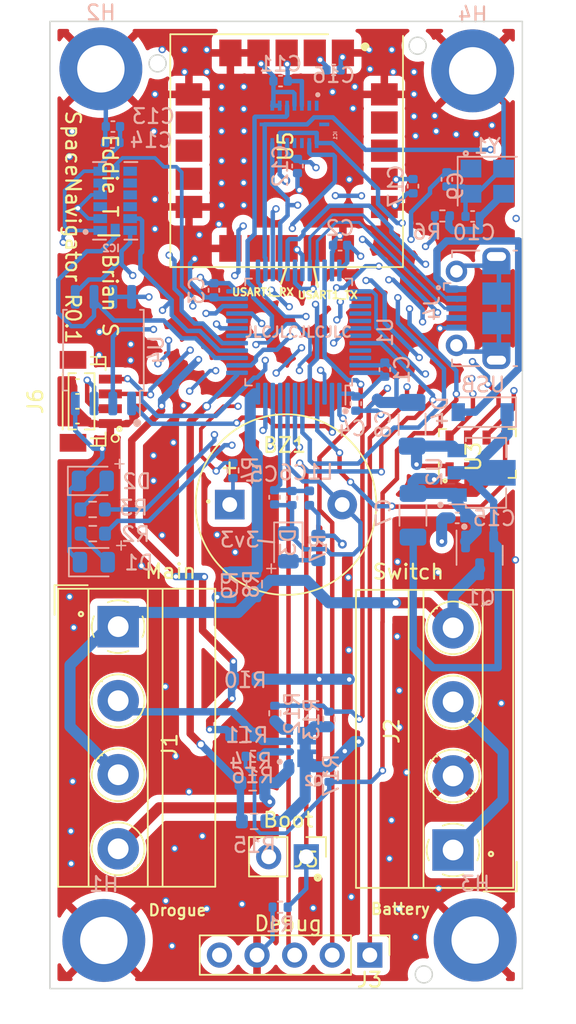
<source format=kicad_pcb>
(kicad_pcb (version 20211014) (generator pcbnew)
  (title_block (title "STM_32 Altimeter") (date "2022-04-30") (rev "0.1") (comment 1 "my brain ded :sob:"))
  (layers (0 "F.Cu" power) (1 "In1.Cu" power) (2 "In2.Cu" power) (31 "B.Cu" signal) (34 "B.Paste" user) (35 "F.Paste" user) (36 "B.SilkS" user "B.Silkscreen") (37 "F.SilkS" user "F.Silkscreen") (38 "B.Mask" user) (39 "F.Mask" user) (44 "Edge.Cuts" user))
  (net 0 "")
  (net 1 "Batt_IN")
  (net 2 "GND")
  (net 3 "+7.5V")
  (net 4 "Pyro_Main")
  (net 5 "Pyro_Dr")
  (net 6 "Net-(Q2-Pad2)")
  (net 7 "Net-(Q2-Pad4)")
  (net 8 "V_Batt")
  (net 9 "Net-(D3-Pad2)")
  (net 10 "+3V3")
  (net 11 "Net-(D2-Pad2)")
  (net 12 "Net-(R3-Pad2)")
  (net 13 "Net-(D1-Pad2)")
  (net 14 "Net-(R2-Pad2)")
  (net 15 "Cont_Dr")
  (net 16 "Cont_Main")
  (net 17 "Net-(C10-Pad1)")
  (net 18 "HSE_Out")
  (net 19 "Net-(J5-Pad1)")
  (net 20 "Fire_Dr")
  (net 21 "Fire_Main")
  (net 26 "USART1_RX")
  (net 27 "USART1_TX")
  (net 30 "Net-(C7-Pad1)")
  (net 31 "CS_Flash")
  (net 32 "SPI1_MISO")
  (net 33 "SPI1_MOSI")
  (net 34 "SPI1_SCK")
  (net 35 "CS_ADXL")
  (net 36 "CS_Baro")
  (net 37 "HSE_IN")
  (net 38 "NRST")
  (net 39 "+3.3VA")
  (net 40 "CS_Acc")
  (net 41 "CS_Gyro")
  (net 43 "USART3_TX")
  (net 44 "USART3_RX")
  (net 45 "SPI2_SCK")
  (net 46 "SPI2_MISO")
  (net 47 "SPI2_MOSI")
  (net 48 "USB_D-")
  (net 49 "USB_D+")
  (net 50 "SWDIO")
  (net 51 "SWCLK")
  (net 56 "Beeper")
  (net 60 "V_USB")
  (net 62 "unconnected-(J4-Pad6)")
  (net 72 "Net-(BZ1-Pad1)")
  (footprint "Connector_PinHeader_2.54mm:PinHeader_1x05_P2.54mm_Vertical" (layer "F.Cu") (at 53.015593 104.128255 -90)
    (fp_text reference "J3")
    (fp_text value "Conn_01x05")
  )
  (footprint "TerminalBlock_MetzConnect:TerminalBlock_MetzConnect_Type011_RT05504HBWC_1x04_P5.00mm_Horizontal" (layer "F.Cu") (at 36.015663 81.952338 -90)
    (fp_text reference "J1")
    (fp_text value "01x04")
  )
  (footprint "Package_LGA:LGA-8_3x5mm_P1.25mm" (layer "F.Cu") (at 60.279186 70.256317 90)
    (fp_text reference "U3")
    (fp_text value "MS5607-02BA")
  )
  (footprint "Connectors_JST:JST_SH_BM04B-SRSS-TB_04x1.00mm_Straight" (layer "F.Cu") (at 34.22591 66.737258 90)
    (fp_text reference "J6")
    (fp_text value "Conn_01x04")
  )
  (footprint "RF_GPS:ublox_SAM-M8Q" (layer "F.Cu") (at 47.395716 49.81153 -90)
    (fp_text reference "U5")
    (fp_text value "SAM-M8Q")
  )
  (footprint "Connector_PinHeader_2.54mm:PinHeader_1x02_P2.54mm_Vertical" (layer "F.Cu") (at 48.7235 97.490054 -90)
    (fp_text reference "J5")
    (fp_text value "Boot Jumper")
  )
  (footprint "Buzzer_Beeper:Buzzer_12x9.5RM7.6" (layer "F.Cu") (at 43.55 73.71)
    (fp_text reference "BZ1")
    (fp_text value "Buzzer")
  )
  (footprint "TerminalBlock_MetzConnect:TerminalBlock_MetzConnect_Type011_RT05504HBWC_1x04_P5.00mm_Horizontal" (layer "F.Cu") (at 58.640194 97.032033 90)
    (fp_text reference "J2")
    (fp_text value "01x04")
  )
  (footprint "Resistor_SMD:R_0402_1005Metric" (layer "B.Cu") (at 45.127609 90.710775 180)
    (fp_text reference "R16")
    (fp_text value "330")
  )
  (footprint "Inductor_SMD:L_0402_1005Metric" (layer "B.Cu") (at 48.93 73.27 90)
    (fp_text reference "L1")
    (fp_text value "39n")
  )
  (footprint "LED_SMD:LED_0805_2012Metric" (layer "B.Cu") (at 47.51 76.6 -90)
    (fp_text reference "D3")
    (fp_text value "LED_White")
  )
  (footprint "Resistor_SMD:R_0402_1005Metric" (layer "B.Cu") (at 46.95313 100.894263)
    (fp_text reference "R1")
    (fp_text value "10k")
  )
  (footprint "LED_SMD:LED_0805_2012Metric" (layer "B.Cu") (at 34.3 72.11)
    (fp_text reference "D2")
    (fp_text value "LED_Blue")
  )
  (footprint "Resistor_SMD:R_0402_1005Metric" (layer "B.Cu") (at 50.272392 91.920877 -90)
    (fp_text reference "R17")
    (fp_text value "3k3")
  )
  (footprint "SI5997DU-T1-GE3:TRANS_SI5997DU-T1-GE3" (layer "B.Cu") (at 48.424242 90.077273)
    (fp_text reference "Q2")
    (fp_text value "SI5997DU-T1-GE3")
  )
  (footprint "Package_QFP:LQFP-48_7x7mm_P0.5mm" (layer "B.Cu") (at 48.21 62.06 90)
    (fp_text reference "U1")
    (fp_text value "STM32L151C8Tx")
  )
  (footprint "MountingHole:MountingHole_3.2mm_M3_DIN965_Pad" (layer "B.Cu") (at 59.964242 44.422692 180)
    (fp_text reference "H4")
    (fp_text value "4-40 Mount Hole")
  )
  (footprint "Capacitor_SMD:C_0402_1005Metric" (layer "B.Cu") (at 46.98393 45.115219 180)
    (fp_text reference "C11")
    (fp_text value "0.1u")
  )
  (footprint "Resistor_SMD:R_0402_1005Metric" (layer "B.Cu") (at 46.6 87.8 90)
    (fp_text reference "R12")
    (fp_text value "330")
  )
  (footprint "Crystal:Crystal_SMD_3225-4Pin_3.2x2.5mm" (layer "B.Cu") (at 60.950536 51.874328)
    (fp_text reference "Y1")
    (fp_text value "16MHz")
  )
  (footprint "Capacitor_SMD:C_0402_1005Metric" (layer "B.Cu") (at 59.959933 54.249769 180)
    (fp_text reference "C10")
    (fp_text value "10p")
  )
  (footprint "Resistor_SMD:R_0603_1608Metric" (layer "B.Cu") (at 49.54 76.64 90)
    (fp_text reference "R7")
    (fp_text value "1k")
  )
  (footprint "Resistor_SMD:R_0603_1608Metric" (layer "B.Cu") (at 44.471604 89.245903 180)
    (fp_text reference "R11")
    (fp_text value "100k")
  )
  (footprint "Resistor_SMD:R_0402_1005Metric" (layer "B.Cu") (at 43.769846 71.40086 90)
    (fp_text reference "R4")
    (fp_text value "200")
  )
  (footprint "Package_TO_SOT_SMD:SOT-89-3" (layer "B.Cu") (at 60.564503 71.564412)
    (fp_text reference "U2")
    (fp_text value "HT7533-1-SOT89")
  )
  (footprint "Resistor_SMD:R_0603_1608Metric" (layer "B.Cu") (at 34.29 74.04)
    (fp_text reference "R3")
    (fp_text value "1k")
  )
  (footprint "Capacitor_SMD:C_0402_1005Metric" (layer "B.Cu") (at 54.027552 64.595802 90)
    (fp_text reference "C1")
    (fp_text value "4u7")
  )
  (footprint "Capacitor_SMD:C_0402_1005Metric" (layer "B.Cu") (at 42.48 59.24 -90)
    (fp_text reference "C3")
    (fp_text value "0.1u")
  )
  (footprint "Capacitor_SMD:C_0402_1005Metric" (layer "B.Cu") (at 58.22 51.75 -90)
    (fp_text reference "C9")
    (fp_text value "10p")
  )
  (footprint "Diode_SMD:D_SOD-123" (layer "B.Cu") (at 60.639247 67.467548 180)
    (fp_text reference "D4")
    (fp_text value "B5819W")
  )
  (footprint "Resistor_SMD:R_0603_1608Metric" (layer "B.Cu") (at 43.537244 79.152496 90)
    (fp_text reference "R9")
    (fp_text value "27k")
  )
  (footprint "MountingHole:MountingHole_3.2mm_M3_DIN965_Pad" (layer "B.Cu") (at 60.131487 103.112347 180)
    (fp_text reference "H3")
    (fp_text value "4-40 Mount Hole")
  )
  (footprint "Capacitor_SMD:C_0402_1005Metric" (layer "B.Cu") (at 35.660132 48.184096 180)
    (fp_text reference "C13")
    (fp_text value "1u")
  )
  (footprint "Capacitor_SMD:C_0402_1005Metric" (layer "B.Cu") (at 35.624925 49.26799 180)
    (fp_text reference "C14")
    (fp_text value "0.1u")
  )
  (footprint "Package_SO:SOIC-8_5.23x5.23mm_P1.27mm" (layer "B.Cu") (at 35.017847 63.283294 90)
    (fp_text reference "U4")
    (fp_text value "W25Q128JVS")
  )
  (footprint "Capacitor_SMD:C_1206_3216Metric" (layer "B.Cu") (at 55.87 68.288531 90)
    (fp_text reference "C8")
    (fp_text value "10u")
  )
  (footprint "Capacitor_SMD:C_0402_1005Metric" (layer "B.Cu") (at 52.07 66.89 -90)
    (fp_text reference "C4")
    (fp_text value "0.1u")
  )
  (footprint "Resistor_SMD:R_0603_1608Metric" (layer "B.Cu") (at 34.3 75.67)
    (fp_text reference "R2")
    (fp_text value "1k")
  )
  (footprint "MountingHole:MountingHole_3.2mm_M3_DIN965_Pad" (layer "B.Cu") (at 35.044552 103.13976 180)
    (fp_text reference "H1")
    (fp_text value "4-40 Mount Hole")
  )
  (footprint "ADXL375:PQFN80P300X500X100-14N" (layer "B.Cu") (at 35.8125 53.2)
    (fp_text reference "IC2")
    (fp_text value "ADXL375")
  )
  (footprint "Capacitor_SMD:C_0402_1005Metric" (layer "B.Cu") (at 55.936515 52.211044 -90)
    (fp_text reference "C17")
    (fp_text value "0.1u")
  )
  (footprint "Resistor_SMD:R_0402_1005Metric" (layer "B.Cu") (at 57.92 54.22 180)
    (fp_text reference "R6")
    (fp_text value "47")
  )
  (footprint "Resistor_SMD:R_0603_1608Metric" (layer "B.Cu") (at 45.2 95.1 180)
    (fp_text reference "R15")
    (fp_text value "27k")
  )
  (footprint "Capacitor_SMD:C_0402_1005Metric" (layer "B.Cu") (at 48.129461 50.847885 -90)
    (fp_text reference "C12")
    (fp_text value "0.1u")
  )
  (footprint "LED_SMD:LED_0805_2012Metric" (layer "B.Cu") (at 34.37 77.6)
    (fp_text reference "D1")
    (fp_text value "LED_Red")
  )
  (footprint "Capacitor_SMD:C_0402_1005Metric" (layer "B.Cu") (at 51.006069 56.2 180)
    (fp_text reference "C2")
    (fp_text value "0.1u")
  )
  (footprint "Capacitor_SMD:C_1206_3216Metric" (layer "B.Cu") (at 55.93 74.43 90)
    (fp_text reference "C7")
    (fp_text value "10u")
  )
  (footprint "Capacitor_SMD:C_0402_1005Metric" (layer "B.Cu") (at 46.58 73.22 -90)
    (fp_text reference "C5")
    (fp_text value "1u")
  )
  (footprint "BMI055:QFN50P300X450X100-16N" (layer "B.Cu") (at 47.925056 48.038608 90)
    (fp_text reference "IC1")
    (fp_text value "BMI055")
  )
  (footprint "Resistor_SMD:R_0603_1608Metric" (layer "B.Cu") (at 44.6 85.5)
    (fp_text reference "R10")
    (fp_text value "27k")
  )
  (footprint "Resistor_SMD:R_0603_1608Metric" (layer "B.Cu") (at 45.1 92.5)
    (fp_text reference "R14")
    (fp_text value "100k")
  )
  (footprint "Capacitor_SMD:C_0402_1005Metric" (layer "B.Cu") (at 47.76 73.27 -90)
    (fp_text reference "C6")
    (fp_text value "0.1u")
  )
  (footprint "Capacitor_SMD:C_0402_1005Metric" (layer "B.Cu") (at 58.918981 74.610715)
    (fp_text reference "C15")
    (fp_text value "0.1u")
  )
  (footprint "Connector_USB:USB_Micro-B_Molex-105017-0001" (layer "B.Cu") (at 60.33 60.46 -90)
    (fp_text reference "J4")
    (fp_text value "USB_B_Micro")
  )
  (footprint "Resistor_SMD:R_0402_1005Metric" (layer "B.Cu") (at 50.249159 88.2 -90)
    (fp_text reference "R13")
    (fp_text value "3k3")
  )
  (footprint "Resistor_SMD:R_0603_1608Metric" (layer "B.Cu") (at 45.21 79.08 -90)
    (fp_text reference "R8")
    (fp_text value "100k")
  )
  (footprint "Package_TO_SOT_SMD:SOT-23" (layer "B.Cu") (at 60.432762 77.133682 -90)
    (fp_text reference "Q1")
    (fp_text value "AO3401A")
  )
  (footprint "Capacitor_SMD:C_0402_1005Metric" (layer "B.Cu") (at 50.57 44.36)
    (fp_text reference "C16")
    (fp_text value "4u7")
  )
  (footprint "MountingHole:MountingHole_3.2mm_M3_DIN965_Pad" (layer "B.Cu") (at 34.846669 44.287519 180)
    (fp_text reference "H2")
    (fp_text value "4-40 Mount Hole")
  )
  (gr_circle (center 59.5 50) (end 59.536416 49.947434) (layer "B.SilkS") (width 0.15) (fill none))
  (gr_circle (center 57.649937 59.058975) (end 57.649937 59.158975) (layer "B.SilkS") (width 0.15) (fill none))
  (gr_circle (center 57.784021 73.731583) (end 57.884021 73.831583) (layer "B.SilkS") (width 0.15) (fill none))
  (gr_circle (center 51.371345 67.395859) (end 51.371345 67.395859) (layer "B.SilkS") (width 0.15) (fill none))
  (gr_line (start 45.469452 76.138775) (end 46.55 76.2575) (layer "B.SilkS") (width 0.15))
  (gr_circle (center 51.371345 67.395859) (end 51.471345 67.495859) (layer "B.SilkS") (width 0.15) (fill none))
  (gr_circle (center 59.4 75.2) (end 59.5 75.3) (layer "B.SilkS") (width 0.15) (fill none))
  (gr_circle (center 49.500837 46.038198) (end 49.500837 46.138198) (layer "B.SilkS") (width 0.15) (fill none))
  (gr_circle (center 37.3 68.2) (end 37.4 68.3) (layer "B.SilkS") (width 0.15) (fill none))
  (gr_circle (center 59.4 75.2) (end 59.4 75.2) (layer "B.SilkS") (width 0.15) (fill none))
  (gr_circle (center 49.500837 46.038198) (end 49.500837 46.038198) (layer "B.SilkS") (width 0.15) (fill none))
  (gr_circle (center 37.3 68.2) (end 37.3 68.2) (layer "B.SilkS") (width 0.15) (fill none))
  (gr_circle (center 57.784021 73.731583) (end 57.784021 73.731583) (layer "B.SilkS") (width 0.15) (fill none))
  (gr_circle (center 37.3 68.2) (end 37.3 68.4) (layer "B.SilkS") (width 0.15) (fill none))
  (gr_circle (center 49.5 98.9) (end 49.5 98.7) (layer "F.SilkS") (width 0.15) (fill none))
  (gr_rect (start 52.476394 42.8) (end 52.923606 42.8) (layer "F.SilkS") (width 0.15) (fill none))
  (gr_circle (center 42.1 73.5) (end 42.1 73.5) (layer "F.SilkS") (width 0.15) (fill none))
  (gr_circle (center 52.7 42.8) (end 52.8 43) (layer "F.SilkS") (width 0.15) (fill none))
  (gr_rect (start 52.7 42.576394) (end 52.7 43.023606) (layer "F.SilkS") (width 0.15) (fill none))
  (gr_rect (start 52.8 42.9) (end 52.6 42.8) (layer "F.SilkS") (width 0.15) (fill none))
  (gr_line (start 47.012614 58.80574) (end 47.395716 57.67153) (layer "F.SilkS") (width 0.15))
  (gr_rect (start 52.476394 42.7) (end 52.7 42.7) (layer "F.SilkS") (width 0.15) (fill none))
  (gr_circle (center 61.2 97.3) (end 61.3 97.4) (layer "F.SilkS") (width 0.15) (fill none))
  (gr_rect (start 52.8 42.7) (end 52.8 42.9) (layer "F.SilkS") (width 0.15) (fill none))
  (gr_circle (center 58.1 72.1) (end 58.2 72.1) (layer "F.SilkS") (width 0.15) (fill none))
  (gr_circle (center 33.5 81.1) (end 33.6 81.2) (layer "F.SilkS") (width 0.15) (fill none))
  (gr_line (start 49.5 59) (end 49.227166 57.690201) (layer "F.SilkS") (width 0.15))
  (gr_circle (center 49.5 98.9) (end 49.5 99) (layer "F.SilkS") (width 0.15) (fill none))
  (gr_circle (center 36.1 68.6) (end 36.2 68.7) (layer "F.SilkS") (width 0.15) (fill none))
  (gr_rect (start 31.405195 41.083225) (end 63.321057 106.390678) (layer "Edge.Cuts") (width 0.1) (fill none))
  (gr_circle (center 56.244731 42.723948) (end 56.820731 42.723948) (layer "Edge.Cuts") (width 0.1) (fill none))
  (gr_circle (center 56.662646 105.432138) (end 57.238646 105.432138) (layer "Edge.Cuts") (width 0.1) (fill none))
  (gr_circle (center 38.678574 43.91638) (end 39.254574 43.91638) (layer "Edge.Cuts") (width 0.1) (fill none))
  (gr_text "+" (at 36.216643 76.415488) (layer "B.SilkS") (effects (font (size 0.8 0.8) (thickness 0.1)) (justify mirror)))
  (gr_text "USB" (at 60.665338 65.611553) (layer "B.SilkS") (effects (font (size 1 1)) (justify mirror)))
  (gr_text "+" (at 36.1 70.9) (layer "B.SilkS") (effects (font (size 0.8 0.8) (thickness 0.1)) (justify mirror)))
  (gr_text "+" (at 46.358292 77.965993) (layer "B.SilkS") (effects (font (size 0.8 0.8) (thickness 0.1)) (justify mirror)))
  (gr_text "JLCJLCJLCJLC\n" (at 48.188446 62.062815) (layer "B.SilkS") (effects (font (size 0.7 0.7))))
  (gr_text "3v3" (at 44.223766 76.082998) (layer "B.SilkS") (effects (font (size 1 1)) (justify mirror)))
  (gr_text "Debug" (at 47.5 102) (layer "F.SilkS") (effects (font (size 1 1))))
  (gr_text "Switch" (at 55.617551 78.249003) (layer "F.SilkS") (effects (font (size 1 1))))
  (gr_text "SpaceNavigator R0.1" (at 32.958216 54.976362 270) (layer "F.SilkS") (effects (font (size 1 1))))
  (gr_text "Drogue\n" (at 40.01991 101.099598) (layer "F.SilkS") (effects (font (size 0.75 0.75))))
  (gr_text "USART1_TX\n" (at 50.171316 59.559762) (layer "F.SilkS") (effects (font (size 0.5 0.5) (thickness 0.125))))
  (gr_text "Boot" (at 47.5 95) (layer "F.SilkS") (effects (font (size 1 1))))
  (gr_text "Battery" (at 55.079688 101.015932) (layer "F.SilkS") (effects (font (size 0.75 0.75))))
  (gr_text "USART1_RX\n" (at 45.792825 59.364542) (layer "F.SilkS") (effects (font (size 0.5 0.5) (thickness 0.125))))
  (gr_text "Main\n" (at 39.553788 78.20717) (layer "F.SilkS") (effects (font (size 1 1))))
  (gr_text "Eddie T | Brian S" (at 35.461818 55.554542 270) (layer "F.SilkS") (effects (font (size 1 1))))
  (segment (start 62.019143 93.653084) (end 58.640194 97.032033) (width 0.75) (layer "B.Cu") (net 1))
  (segment (start 58.640194 87.032033) (end 62.019143 90.410982) (width 0.75) (layer "B.Cu") (net 1))
  (segment (start 62.019143 90.410982) (end 62.019143 93.653084) (width 0.75) (layer "B.Cu") (net 1))
  (segment (start 58.829675 72.155828) (end 59.654186 71.331317) (width 0.3) (layer "F.Cu") (net 2))
  (segment (start 54.62847 53.61153) (end 54.72 53.52) (width 0.3) (layer "F.Cu") (net 2))
  (segment (start 57.779675 72.155828) (end 58.829675 72.155828) (width 0.3) (layer "F.Cu") (net 2))
  (segment (start 51.17 43.5) (end 51.195716 43.474284) (width 0.3) (layer "F.Cu") (net 2))
  (segment (start 53.995716 53.61153) (end 54.62847 53.61153) (width 0.3) (layer "F.Cu") (net 2))
  (segment (start 51.195716 55.765716) (end 50.99 55.56) (width 0.3) (layer "F.Cu") (net 2))
  (segment (start 45.495716 43.775716) (end 45.495716 43.21153) (width 0.3) (layer "F.Cu") (net 2))
  (segment (start 35.48841 69.39159) (end 35.48841 68.237258) (width 0.3) (layer "F.Cu") (net 2))
  (segment (start 45.67 43.95) (end 45.495716 43.775716) (width 0.3) (layer "F.Cu") (net 2))
  (segment (start 57.36 72.01) (end 57.633847 72.01) (width 0.3) (layer "F.Cu") (net 2))
  (segment (start 51.195716 56.41153) (end 51.195716 55.765716) (width 0.3) (layer "F.Cu") (net 2))
  (segment (start 51.195716 43.474284) (end 51.195716 43.21153) (width 0.3) (layer "F.Cu") (net 2))
  (segment (start 60.904186 71.331317) (end 59.654186 71.331317) (width 0.3) (layer "F.Cu") (net 2))
  (segment (start 34.94 69.94) (end 35.48841 69.39159) (width 0.3) (layer "F.Cu") (net 2))
  (segment (start 57.633847 72.01) (end 57.779675 72.155828) (width 0.3) (layer "F.Cu") (net 2))
  (via (at 38.4 70.4) (size 0.5) (drill 0.3) (layers "F.Cu" "B.Cu") (net 2))
  (via (at 54.594295 44.5) (size 0.5) (drill 0.3) (layers "F.Cu" "B.Cu") (net 2))
  (via (at 38.9834 75.789287) (size 0.5) (drill 0.3) (layers "F.Cu" "B.Cu") (net 2))
  (via (at 52.269627 89.712142) (size 0.5) (drill 0.3) (layers "F.Cu" "B.Cu") (net 2))
  (via (at 58.850822 48.714258) (size 0.5) (drill 0.3) (layers "F.Cu" "B.Cu") (net 2))
  (via (at 32.733729 79.936252) (size 0.5) (drill 0.3) (layers "F.Cu" "B.Cu") (net 2))
  (via (at 40.426548 67.018895) (size 0.5) (drill 0.3) (layers "F.Cu" "B.Cu") (net 2))
  (via (at 54.342624 97.615531) (size 0.5) (drill 0.3) (layers "F.Cu" "B.Cu") (net 2))
  (via (at 44.509962 48.488044) (size 0.5) (drill 0.3) (layers "F.Cu" "B.Cu") (net 2))
  (via (at 51.628153 51.759633) (size 0.5) (drill 0.3) (layers "F.Cu" "B.Cu") (net 2))
  (via (at 44.5 50.5) (size 0.5) (drill 0.3) (layers "F.Cu" "B.Cu") (net 2))
  (via (at 51.597605 83.537835) (size 0.5) (drill 0.3) (layers "F.Cu" "B.Cu") (net 2))
  (via (at 56 47.5) (size 0.5) (drill 0.3) (layers "F.Cu" "B.Cu") (net 2))
  (via (at 49.6 85.5) (size 0.5) (drill 0.3) (layers "F.Cu" "B.Cu") (net 2))
  (via (at 33.013747 82.012686) (size 0.5) (drill 0.3) (layers "F.Cu" "B.Cu") (net 2))
  (via (at 38.5 46) (size 0.5) (drill 0.3) (layers "F.Cu" "B.Cu") (net 2))
  (via (at 41.706288 96.094514) (size 0.5) (drill 0.3) (layers "F.Cu" "B.Cu") (net 2))
  (via (at 56 44.5) (size 0.5) (drill 0.3) (layers "F.Cu" "B.Cu") (net 2))
  (via (at 42 43) (size 0.5) (drill 0.3) (layers "F.Cu" "B.Cu") (net 2))
  (via (at 57.627915 78.285349) (size 0.5) (drill 0.3) (layers "F.Cu" "B.Cu") (net 2))
  (via (at 38.5 55.1) (size 0.5) (drill 0.3) (layers "F.Cu" "B.Cu") (net 2))
  (via (at 56.099159 48.825812) (size 0.5) (drill 0.3) (layers "F.Cu" "B.Cu") (net 2))
  (via (at 41.5 55.5) (size 0.5) (drill 0.3) (layers "F.Cu" "B.Cu") (net 2))
  (via (at 61.267823 48.106909) (size 0.5) (drill 0.3) (layers "F.Cu" "B.Cu") (net 2))
  (via (at 42.695211 75.747003) (size 0.5) (drill 0.3) (layers "F.Cu" "B.Cu") (net 2))
  (via (at 32.907263 48.513349) (size 0.5) (drill 0.3) (layers "F.Cu" "B.Cu") (net 2))
  (via (at 34.94 69.94) (size 0.5) (drill 0.3) (layers "F.Cu" "B.Cu") (net 2))
  (via (at 60.214258 48.701863) (size 0.5) (drill 0.3) (layers "F.Cu" "B.Cu") (net 2))
  (via (at 32.724902 50.203221) (size 0.5) (drill 0.3) (layers "F.Cu" "B.Cu") (net 2))
  (via (at 49.189876 100.949964) (size 0.5) (drill 0.3) (layers "F.Cu" "B.Cu") (net 2))
  (via (at 54.860557 82.617515) (size 0.5) (drill 0.3) (layers "F.Cu" "B.Cu") (net 2))
  (via (at 53.758063 67.618062) (size 0.5) (drill 0.3) (layers "F.Cu" "B.Cu") (net 2))
  (via (at 51.625494 85.517917) (size 0.5) (drill 0.3) (layers "F.Cu" "B.Cu") (net 2))
  (via (at 42 101) (size 0.5) (drill 0.3) (layers "F.Cu" "B.Cu") (net 2))
  (via (at 55.027888 88.75298) (size 0.5) (drill 0.3) (layers "F.Cu" "B.Cu") (net 2))
  (via (at 43 48.5) (size 0.5) (drill 0.3) (layers "F.Cu" "B.Cu") (net 2))
  (via (at 40.5 44.5) (size 0.5) (drill 0.3) (layers "F.Cu" "B.Cu") (net 2))
  (via (at 39.828464 96.931169) (size 0.5) (drill 0.3) (layers "F.Cu" "B.Cu") (net 2))
  (via (at 44.5 53.5) (size 0.5) (drill 0.3) (layers "F.Cu" "B.Cu") (net 2))
  (via (at 41.18 57.12) (size 0.5) (drill 0.3) (layers "F.Cu" "B.Cu") (net 2))
  (via (at 44.5 47) (size 0.5) (drill 0.3) (layers "F.Cu" "B.Cu") (net 2))
  (via (at 44.49137 51.9834) (size 0.5) (drill 0.3) (layers "F.Cu" "B.Cu") (net 2))
  (via (at 43 50.5) (size 0.5) (drill 0.3) (layers "F.Cu" "B.Cu") (net 2))
  (via (at 32.943109 92.40084) (size 0.5) (drill 0.3) (layers "F.Cu" "B.Cu") (net 2))
  (via (at 39.23351 100.463709) (size 0.5) (drill 0.3) (layers "F.Cu" "B.Cu") (net 2))
  (via (at 51.563747 78.628812) (size 0.5) (drill 0.3) (layers "F.Cu" "B.Cu") (net 2))
  (via (at 32.81916 95.759853) (size 0.5) (drill 0.3) (layers "F.Cu" "B.Cu") (net 2))
  (via (at 42.818062 54.772248) (size 0.5) (drill 0.3) (layers "F.Cu" "B.Cu") (net 2))
  (via (at 57.665411 99.640475) (size 0.5) (drill 0.3) (layers "F.Cu" "B.Cu") (net 2))
  (via (at 57.400621 47.462376) (size 0.5) (drill 0.3) (layers "F.Cu" "B.Cu") (net 2))
  (via (at 57.76 61.81) (size 0.5) (drill 0.3) (layers "F.Cu" "B.Cu") (net 2))
  (via (at 36.856744 63.972997) (size 0.5) (drill 0.3) (layers "F.Cu" "B.Cu") (net 2))
  (via (at 54.5 43) (size 0.5) (drill 0.3) (layers "F.Cu" "B.Cu") (net 2))
  (via (at 54.482066 95.021902) (size 0.5) (drill 0.3) (layers "F.Cu" "B.Cu") (net 2))
  (via (at 34.719342 63.619743) (size 0.5) (drill 0.3) (layers "F.Cu" "B.Cu") (net 2))
  (via (at 39.2 86) (size 0.5) (drill 0.3) (layers "F.Cu" "B.Cu") (net 2))
  (via (at 39.747677 69.523236) (size 0.5) (drill 0.3) (layers "F.Cu" "B.Cu") (net 2))
  (via (at 50.99 55.56) (size 0.5) (drill 0.3) (layers "F.Cu" "B.Cu") (net 2))
  (via (at 54.888446 77.569701) (size 0.5) (drill 0.3) (layers "F.Cu" "B.Cu") (net 2))
  (via (at 43 53.5) (size 0.5) (drill 0.3) (layers "F.Cu" "B.Cu") (net 2))
  (via (at 40.5 43) (size 0.5) (drill 0.3) (layers "F.Cu" "B.Cu") (net 2))
  (via (at 55.008473 86.263912) (size 0.5) (drill 0.3) (layers "F.Cu" "B.Cu") (net 2))
  (via (at 61.900611 87.122745) (size 0.5) (drill 0.3) (layers "F.Cu" "B.Cu") (net 2))
  (via (at 62.845328 77.447986) (size 0.5) (drill 0.3) (layers "F.Cu" "B.Cu") (net 2))
  (via (at 34.749614 62.051791) (size 0.5) (drill 0.3) (layers "F.Cu" "B.Cu") (net 2))
  (via (at 39.656824 103.513582) (size 0.5) (drill 0.3) (layers "F.Cu" "B.Cu") (net 2))
  (via (at 52 45.5) (size 0.5) (drill 0.3) (layers "F.Cu" "B.Cu") (net 2))
  (via (at 38.987531 42.984059) (size 0.5) (drill 0.3) (layers "F.Cu" "B.Cu") (net 2))
  (via (at 56.099598 102.914341) (size 0.5) (drill 0.3) (layers "F.Cu" "B.Cu") (net 2))
  (via (at 51.879816 46.962815) (size 0.5) (drill 0.3) (layers "F.Cu" "B.Cu") (net 2))
  (via (at 43 52) (size 0.5) (drill 0.3) (layers "F.Cu" "B.Cu") (net 2))
  (via (at 51.17 43.5) (size 0.5) (drill 0.3) (layers "F.Cu" "B.Cu") (net 2))
  (via (at 38.4 72.1) (size 0.5) (drill 0.3) (layers "F.Cu" "B.Cu") (net 2))
  (via (at 45.67 43.95) (size 0.5) (drill 0.3) (layers "F.Cu" "B.Cu") (net 2))
  (via (at 43 47) (size 0.5) (drill 0.3) (layers "F.Cu" "B.Cu") (net 2))
  (via (at 44.5 45.5) (size 0.5) (drill 0.3) (layers "F.Cu" "B.Cu") (net 2))
  (via (at 43 45.5) (size 0.5) (drill 0.3) (layers "F.Cu" "B.Cu") (net 2))
  (via (at 38.426699 48.513349) (size 0.5) (drill 0.3) (layers "F.Cu" "B.Cu") (net 2))
  (via (at 54.72 53.52) (size 0.5) (drill 0.3) (layers "F.Cu" "B.Cu") (net 2))
  (via (at 57.5 48.5) (size 0.5) (drill 0.3) (layers "F.Cu" "B.Cu") (net 2))
  (via (at 33.3 53.7) (size 0.5) (drill 0.3) (layers "F.Cu" "B.Cu") (net 2))
  (via (at 51.323276 90.357888) (size 0.5) (drill 0.3) (layers "F.Cu" "B.Cu") (net 2))
  (via (at 42.7 79.960269) (size 0.5) (drill 0.3) (layers "F.Cu" "B.Cu") (net 2))
  (via (at 57.36 72.01) (size 0.5) (drill 0.3) (layers "F.Cu" "B.Cu") (net 2))
  (via (at 51.766376 100.198485) (size 0.5) (drill 0.3) (layers "F.Cu" "B.Cu") (net 2))
  (via (at 42 44.5) (size 0.5) (drill 0.3) (layers "F.Cu" "B.Cu") (net 2))
  (via (at 38.5 53.1) (size 0.5) (drill 0.3) (layers "F.Cu" "B.Cu") (net 2))
  (via (at 48.26 52.47) (size 0.5) (drill 0.3) (layers "F.Cu" "B.Cu") (net 2))
  (via (at 39.9 90.7) (size 0.5) (drill 0.3) (layers "F.Cu" "B.Cu") (net 2))
  (via (at 56 46) (size 0.5) (drill 0.3) (layers "F.Cu" "B.Cu") (net 2))
  (via (at 52.976763 43) (size 0.5) (drill 0.3) (layers "F.Cu" "B.Cu") (net 2))
  (via (at 55.501992 91.792825) (size 0.5) (drill 0.3) (layers "F.Cu" "B.Cu") (net 2))
  (via (at 44.383582 100.686817) (size 0.5) (drill 0.3) (layers "F.Cu" "B.Cu") (net 2))
  (via (at 32.837752 97.953746) (size 0.5) (drill 0.3) (layers "F.Cu" "B.Cu") (net 2))
  (via (at 50.5 45.847276) (size 0.5) (drill 0.3) (layers "F.Cu" "B.Cu") (net 2))
  (via (at 43.920933 76.924098) (size 0.5) (drill 0.3) (layers "F.Cu" "B.Cu") (net 2))
  (via (at 37.587036 77.847344) (size 0.5) (drill 0.3) (layers "F.Cu" "B.Cu") (net 2))
  (via (at 40.8 93.1) (size 0.5) (drill 0.3) (layers "F.Cu" "B.Cu") (net 2))
  (via (at 36.869139 62.882247) (size 0.5) (drill 0.3) (layers "F.Cu" "B.Cu") (net 2))
  (via (at 53.02941 44.308105) (size 0.5) (drill 0.3) (layers "F.Cu" "B.Cu") (net 2))
  (via (at 55 101) (size 0.5) (drill 0.3) (layers "F.Cu" "B.Cu") (net 2))
  (segment (start 49.037382 76.71548) (end 50.042618 76.71548) (width 0.3) (layer "B.Cu") (net 2))
  (segment (start 34.974643 49.438272) (end 35.144925 49.26799) (width 0.3) (layer "B.Cu") (net 2))
  (segment (start 51.91 77.07) (end 52.38 76.6) (width 0.3) (layer "B.Cu") (net 2))
  (segment (start 47.46 71.09) (end 48.51048 72.14048) (width 0.3) (layer "B.Cu") (net 2))
  (segment (start 42.57 59.81) (end 44.0475 59.81) (width 0.3) (layer "B.Cu") (net 2))
  (segment (start 49.58048 72.14048) (end 51.15 73.71) (width 0.3) (layer "B.Cu") (net 2))
  (segment (start 32.71548 76.88298) (end 33.4325 77.6) (width 0.3) (layer "B.Cu") (net 2))
  (segment (start 50.46 56.670936) (end 50.526069 56.604867) (width 0.3) (layer "B.Cu") (net 2))
  (segment (start 35.180132 48.184096) (end 35.180132 44.620982) (width 0.3) (layer "B.Cu") (net 2))
  (segment (start 51.17 43.5) (end 51.05 43.62) (width 0.3) (layer "B.Cu") (net 2))
  (segment (start 46.44313 100.894263) (end 46.44313 103.080718) (width 0.3) (layer "B.Cu") (net 2))
  (segment (start 57.300367 71.950367) (end 56.183117 71.950367) (width 0.75) (layer "B.Cu") (net 2))
  (segment (start 46.423756 46.773628) (end 46.923756 46.773628) (width 0.3) (layer "B.Cu") (net 2))
  (segment (start 56.183117 71.950367) (end 55.93 72.203484) (width 0.75) (layer "B.Cu") (net 2))
  (segment (start 62.050536 51.024328) (end 62.050536 46.508986) (width 0.3) (layer "B.Cu") (net 2))
  (segment (start 32.71548 72.75702) (end 32.71548 76.88298) (width 0.3) (layer "B.Cu") (net 2))
  (segment (start 47.51 75.6625) (end 48.5775 76.73) (width 0.3) (layer "B.Cu") (net 2))
  (segment (start 55.93 72.955) (end 58.805091 72.955) (width 0.75) (layer "B.Cu") (net 2))
  (segment (start 45.425 85.5) (end 51.607577 85.5) (width 0.75) (layer "B.Cu") (net 2))
  (segment (start 50.46 57.8975) (end 50.46 56.670936) (width 0.3) (layer "B.Cu") (net 2))
  (segment (start 49.254015 88.71) (end 48.649242 89.314773) (width 0.75) (layer "B.Cu") (net 2))
  (segment (start 54.816469 66.813531) (end 53.743531 66.813531) (width 0.75) (layer "B.Cu") (net 2))
  (segment (start 48.649242 90.839773) (end 48.649242 89.314773) (width 0.75) (layer "B.Cu") (net 2))
  (segment (start 47.923756 45.963756) (end 47.923756 46.773628) (width 0.3) (layer "B.Cu") (net 2))
  (segment (start 35.144925 49.26799) (end 35.144925 48.219303) (width 0.3) (layer "B.Cu") (net 2))
  (segment (start 46.50393 46.693454) (end 46.423756 46.773628) (width 0.3) (layer "B.Cu") (net 2))
  (segment (start 50.042618 76.71548) (end 50.397138 77.07) (width 0.3) (layer "B.Cu") (net 2))
  (segment (start 50.272392 91.410877) (end 49.220346 91.410877) (width 0.75) (layer "B.Cu") (net 2))
  (segment (start 48.26 52.47) (end 48.129461 52.339461) (width 0.3) (layer "B.Cu") (net 2))
  (segment (start 41.92 59.72) (end 42.48 59.72) (width 0.3) (layer "B.Cu") (net 2))
  (segment (start 46.50393 45.115219) (end 46.50393 45.85393) (width 0.3) (layer "B.Cu") (net 2))
  (segment (start 59.479933 53.094931) (end 59.850536 52.724328) (width 0.3) (layer "B.Cu") (net 2))
  (segment (start 58.22 52.23) (end 59.356208 52.23) (width 0.3) (layer "B.Cu") (net 2))
  (segment (start 60.2 74.94) (end 60.2 75.478944) (width 0.75) (layer "B.Cu") (net 2))
  (segment (start 52.38 76.6) (end 52.38 74.94) (width 0.3) (layer "B.Cu") (net 2))
  (segment (start 35.144925 48.219303) (end 35.180132 48.184096) (width 0.3) (layer "B.Cu") (net 2))
  (segment (start 47.76 73.75) (end 46.63 73.75) (width 0.3) (layer "B.Cu") (net 2))
  (segment (start 53.743531 66.813531) (end 53.517819 66.587819) (width 0.75) (layer "B.Cu") (net 2))
  (segment (start 33.3 53.7) (end 34.2 52.8) (width 0.25) (layer "B.Cu") (net 2))
  (segment (start 48.51048 72.14048) (end 49.58048 72.14048) (width 0.3) (layer "B.Cu") (net 2))
  (segment (start 50.526069 56.604867) (end 50.526069 56.023931) (width 0.3) (layer "B.Cu") (net 2))
  (segment (start 33.3625 72.11) (end 32.71548 72.75702) (width 0.3) (layer "B.Cu") (net 2))
  (segment (start 34.94 69.94) (end 34.35 69.94) (width 0.3) (layer "B.Cu") (net 2))
  (segment (start 48.129461 52.339461) (end 48.129461 51.327885) (width 0.3) (layer "B.Cu") (net 2))
  (segment (start 48.649242 93.588399) (end 48.649242 90.839773) (width 0.75) (layer "B.Cu") (net 2))
  (segment (start 52.38 74.94) (end 51.15 73.71) (width 0.3) (layer "B.Cu") (net 2))
  (segment (start 33.3 53.7) (end 34 54.4) (width 0.25) (layer "B.Cu") (net 2))
  (segment (start 45.67 43.95) (end 46.50393 44.78393) (width 0.3) (layer "B.Cu") (net 2))
  (segment (start 46.025 95.1) (end 47.137641 95.1) (width 0.75) (layer "B.Cu") (net 2))
  (segment (start 46.50393 45.85393) (end 47.81393 45.85393) (width 0.3) (layer "B.Cu") (net 2))
  (segment (start 42.48 59.72) (end 42.57 59.81) (width 0.3) (layer "B.Cu") (net 2))
  (segment (start 55.93 72.203484) (end 55.93 72.955) (width 0.75) (layer "B.Cu") (net 2))
  (segment (start 47.137641 95.1) (end 48.649242 93.588399) (width 0.75) (layer "B.Cu") (net 2))
  (segment (start 59.356208 52.23) (end 59.850536 52.724328) (width 0.3) (layer "B.Cu") (net 2))
  (segment (start 42.717227 79.977496) (end 42.7 79.960269) (width 0.75) (layer "B.Cu") (net 2))
  (segment (start 46.44313 103.080718) (end 45.395593 104.128255) (width 0.3) (layer "B.Cu") (net 2))
  (segment (start 46.50393 44.78393) (end 46.50393 45.115219) (width 0.3) (layer "B.Cu") (net 2))
  (segment (start 60.2 75.478944) (end 59.482762 76.196182) (width 0.75) (layer "B.Cu") (net 2))
  (segment (start 35.180132 44.620982) (end 34.846669 44.287519) (width 0.3) (layer "B.Cu") (net 2))
  (segment (start 52.269627 89.712142) (end 51.971127 89.712142) (width 0.75) (layer "B.Cu") (net 2))
  (segment (start 47.46 66.2225) (end 47.46 71.09) (width 0.3) (layer "B.Cu") (net 2))
  (segment (start 41.18 57.12) (end 40.87 57.43) (width 0.3) (layer "B.Cu") (net 2))
  (segment (start 34.2 52.8) (end 34.8025 52.8) (width 0.25) (layer "B.Cu") (net 2))
  (segment (start 48.5775 76.73) (end 49.022862 76.73) (width 0.3) (layer "B.Cu") (net 2))
  (segment (start 47.81393 45.85393) (end 47.923756 45.963756) (width 0.3) (layer "B.Cu") (net 2))
  (segment (start 51.05 43.62) (end 51.05 44.36) (width 0.3) (layer "B.Cu") (net 2))
  (segment (start 34.8025 52) (end 34.8025 52.8) (width 0.25) (layer "B.Cu") (net 2))
  (segment (start 55.548956 52.691044) (end 54.72 53.52) (width 0.3) (layer "B.Cu") (net 2))
  (segment (start 62.050536 46.508986) (end 59.964242 44.422692) (width 0.3) (layer "B.Cu") (net 2))
  (segment (start 58.914503 73.064412) (end 58.914503 73.654503) (width 0.75) (layer "B.Cu") (net 2))
  (segment (start 59.850536 52.724328) (end 60.240489 52.724328) (width 0.3) (layer "B.Cu") (net 2))
  (segment (start 34 54.4) (end 34.8025 54.4) (width 0.25) (layer "B.Cu") (net 2))
  (segment (start 59.479933 54.249769) (end 59.479933 53.094931) (width 0.3) (layer "B.Cu") (net 2))
  (segment (start 34.94 70.5325) (end 33.3625 72.11) (width 0.3) (layer "B.Cu") (net 2))
  (segment (start 60.240489 52.724328) (end 61.940489 51.024328) (width 0.3) (layer "B.Cu") (net 2))
  (segment (start 58.805091 72.955) (end 58.914503 73.064412) (width 0.75) (layer "B.Cu") (net 2))
  (segment (start 46.50393 45.85393) (end 46.50393 46.693454) (width 0.3) (layer "B.Cu") (net 2))
  (segment (start 47.76 73.75) (end 47.76 75.4125) (width 0.3) (layer "B.Cu") (net 2))
  (segment (start 53.758063 67.618062) (end 53.510001 67.37) (width 0.3) (layer "B.Cu") (net 2))
  (segment (start 50.397138 77.07) (end 51.91 77.07) (width 0.3) (layer "B.Cu") (net 2))
  (segment (start 54.027552 64.115802) (end 54.069837 64.115802) (width 0.3) (layer "B.Cu") (net 2))
  (segment (start 34.35 69.94) (end 33.112847 68.702847) (width 0.3) (layer "B.Cu") (net 2))
  (segment (start 57.789533 61.780467) (end 59.035347 61.780467) (width 0.25) (layer "B.Cu") (net 2))
  (segment (start 55.936515 52.691044) (end 55.548956 52.691044) (width 0.3) (layer "B.Cu") (net 2))
  (segment (start 54.816469 64.862434) (end 54.816469 66.813531) (width 0.3) (layer "B.Cu") (net 2))
  (segment (start 33.112847 68.702847) (end 33.112847 66.883294) (width 0.3) (layer "B.Cu") (net 2))
  (segment (start 52.07 67.37) (end 52.735639 67.37) (width 0.3) (layer "B.Cu") (net 2))
  (segment (start 58.914503 73.654503) (end 60.2 74.94) (width 0.75) (layer "B.Cu") (net 2))
  (segment (start 50.526069 56.023931) (end 50.99 55.56) (width 0.3) (layer "B.Cu") (net 2))
  (segment (start 50.249159 88.71) (end 49.254015 88.71) (width 0.75) (layer "B.Cu") (net 2))
  (segment (start 40.87 58.67) (end 41.92 59.72) (width 0.3) (layer "B.Cu") (net 2))
  (segment (start 51.607577 85.5) (end 51.625494 85.517917) (width 0.75) (layer "B.Cu") (net 2))
  (segment (start 61.940489 51.024328) (end 62.050536 51.024328) (width 0.3) (layer "B.Cu") (net 2))
  (segment (start 51.971127 89.712142) (end 50.272392 91.410877) (width 0.75) (layer "B.Cu") (net 2))
  (segment (start 54.069837 64.115802) (end 54.816469 64.862434) (width 0.3) (layer "B.Cu") (net 2))
  (segment (start 52.735639 67.37) (end 53.517819 66.587819) (width 0.3) (layer "B.Cu") (net 2))
  (segment (start 53.510001 67.37) (end 52.735639 67.37) (width 0.3) (layer "B.Cu") (net 2))
  (segment (start 46.63 73.75) (end 46.58 73.7) (width 0.3) (layer "B.Cu") (net 2))
  (segment (start 49.022862 76.73) (end 49.037382 76.71548) (width 0.3) (layer "B.Cu") (net 2))
  (segment (start 49.220346 91.410877) (end 48.649242 90.839773) (width 0.75) (layer "B.Cu") (net 2))
  (segment (start 34.94 69.94) (end 34.94 70.5325) (width 0.3) (layer "B.Cu") (net 2))
  (segment (start 40.87 57.43) (end 40.87 58.67) (width 0.3) (layer "B.Cu") (net 2))
  (segment (start 52.3725 64.31) (end 53.833354 64.31) (width 0.3) (layer "B.Cu") (net 2))
  (segment (start 57.36 72.01) (end 57.300367 71.950367) (width 0.75) (layer "B.Cu") (net 2))
  (segment (start 55.87 66.813531) (end 54.816469 66.813531) (width 0.75) (layer "B.Cu") (net 2))
  (segment (start 47.76 75.4125) (end 47.51 75.6625) (width 0.3) (layer "B.Cu") (net 2))
  (segment (start 43.537244 79.977496) (end 42.717227 79.977496) (width 0.75) (layer "B.Cu") (net 2))
  (segment (start 53.833354 64.31) (end 54.027552 64.115802) (width 0.3) (layer "B.Cu") (net 2))
  (segment (start 57.76 61.81) (end 57.789533 61.780467) (width 0.25) (layer "B.Cu") (net 2))
  (segment (start 54.76 80.34) (end 56.948161 80.34) (width 0.75) (layer "F.Cu") (net 3))
  (segment (start 56.948161 80.34) (end 58.640194 82.032033) (width 0.75) (layer "F.Cu") (net 3))
  (via (at 54.76 80.34) (size 0.6) (drill 0.4) (layers "F.Cu" "B.Cu") (net 3))
  (segment (start 54.76 80.34) (end 50.245356 80.34) (width 0.75) (layer "B.Cu") (net 3))
  (segment (start 36.97349 80.994511) (end 36.015663 81.952338) (width 0.75) (layer "B.Cu") (net 3))
  (segment (start 58.640194 82.032033) (end 58.640194 79.86375) (width 0.75) (layer "B.Cu") (net 3))
  (segment (start 45.21 79.905) (end 44.120489 80.994511) (width 0.75) (layer "B.Cu") (net 3))
  (segment (start 46.289511 78.825489) (end 45.21 79.905) (width 0.75) (layer "B.Cu") (net 3))
  (segment (start 58.640194 79.86375) (end 60.432762 78.071182) (width 0.75) (layer "B.Cu") (net 3))
  (segment (start 50.245356 80.34) (end 48.730845 78.825489) (width 0.75) (layer "B.Cu") (net 3))
  (segment (start 32.759665 88.69634) (end 36.015663 91.952338) (width 0.75) (layer "B.Cu") (net 3))
  (segment (start 44.120489 80.994511) (end 36.97349 80.994511) (width 0.75) (layer "B.Cu") (net 3))
  (segment (start 48.730845 78.825489) (end 46.289511 78.825489) (width 0.75) (layer "B.Cu") (net 3))
  (segment (start 35.354678 81.952338) (end 32.759665 84.547351) (width 0.75) (layer "B.Cu") (net 3))
  (segment (start 32.759665 84.547351) (end 32.759665 88.69634) (width 0.75) (layer "B.Cu") (net 3))
  (segment (start 36.015663 81.952338) (end 35.354678 81.952338) (width 0.75) (layer "B.Cu") (net 3))
  (segment (start 36.763325 87.7) (end 36.015663 86.952338) (width 0.5) (layer "B.Cu") (net 4))
  (segment (start 45.296604 89.245903) (end 43.750701 87.7) (width 0.5) (layer "B.Cu") (net 4))
  (segment (start 45.296604 89.245903) (end 45.753454 89.702753) (width 0.5) (layer "B.Cu") (net 4))
  (segment (start 45.753454 89.702753) (end 47.599722 89.702753) (width 0.5) (layer "B.Cu") (net 4))
  (segment (start 43.750701 87.7) (end 36.763325 87.7) (width 0.5) (layer "B.Cu") (net 4))
  (segment (start 38.784156 94.183845) (end 36.015663 96.952338) (width 0.75) (layer "F.Cu") (net 5))
  (segment (start 45.858412 94.183845) (end 38.784156 94.183845) (width 0.75) (layer "F.Cu") (net 5))
  (segment (start 46.258737 93.78352) (end 45.858412 94.183845) (width 0.75) (layer "F.Cu") (net 5))
  (via (at 46.258737 93.78352) (size 0.5) (drill 0.3) (layers "F.Cu" "B.Cu") (net 5))
  (segment (start 46.71204 92.5) (end 47.544722 91.667318) (width 0.75) (layer "B.Cu") (net 5))
  (segment (start 46.258737 93.78352) (end 45.925 93.449783) (width 0.75) (layer "B.Cu") (net 5))
  (segment (start 45.925 92.5) (end 46.71204 92.5) (width 0.75) (layer "B.Cu") (net 5))
  (segment (start 47.544722 91.667318) (end 47.544722 91.3) (width 0.75) (layer "B.Cu") (net 5))
  (segment (start 45.925 93.449783) (end 45.925 92.5) (width 0.75) (layer "B.Cu") (net 5))
  (segment (start 47.649242 90.402273) (end 45.946111 90.402273) (width 0.5) (layer "B.Cu") (net 6))
  (segment (start 45.946111 90.402273) (end 45.637609 90.710775) (width 0.5) (layer "B.Cu") (net 6))
  (segment (start 47.168233 88.878233) (end 47.5 88.878233) (width 0.75) (layer "B.Cu") (net 7))
  (segment (start 46.6 88.31) (end 47.168233 88.878233) (width 0.75) (layer "B.Cu") (net 7))
  (segment (start 45.21 78.255) (end 43.60974 78.255) (width 0.75) (layer "B.Cu") (net 8))
  (segment (start 45.41 70.37) (end 44.935489 69.895489) (width 0.75) (layer "B.Cu") (net 8))
  (segment (start 43.60974 78.255) (end 43.537244 78.327496) (width 0.75) (layer "B.Cu") (net 8))
  (segment (start 45.21 78.255) (end 45.41 78.055) (width 0.75) (layer "B.Cu") (net 8))
  (segment (start 44.935489 66.522491) (end 45.23548 66.2225) (width 0.75) (layer "B.Cu") (net 8))
  (segment (start 45.41 78.055) (end 45.41 70.37) (width 0.75) (layer "B.Cu") (net 8))
  (segment (start 44.935489 69.895489) (end 44.935489 66.522491) (width 0.75) (layer "B.Cu") (net 8))
  (segment (start 49.54 77.465) (end 47.5825 77.465) (width 0.3) (layer "B.Cu") (net 9))
  (segment (start 47.5825 77.465) (end 47.51 77.5375) (width 0.3) (layer "B.Cu") (net 9))
  (segment (start 54.74153 51.71153) (end 54.79 51.76) (width 0.3) (layer "F.Cu") (net 10))
  (segment (start 47.43 43.97) (end 47.395716 43.935716) (width 0.3) (layer "F.Cu") (net 10))
  (segment (start 56.27 71.1) (end 56.170847 71.000847) (width 0.3) (layer "F.Cu") (net 10))
  (segment (start 53.995716 51.71153) (end 54.74153 51.71153) (width 0.3) (layer "F.Cu") (net 10))
  (segment (start 47.395716 43.935716) (end 47.395716 43.21153) (width 0.3) (layer "F.Cu") (net 10))
  (segment (start 58.172869 71.1) (end 56.27 71.1) (width 0.3) (layer "F.Cu") (net 10))
  (segment (start 58.404186 71.331317) (end 58.172869 71.1) (width 0.3) (layer "F.Cu") (net 10))
  (segment (start 33.92 66.743848) (end 34.41341 67.237258) (width 0.3) (layer "F.Cu") (net 10))
  (segment (start 33.92 65.31) (end 33.92 66.743848) (width 0.3) (layer "F.Cu") (net 10))
  (segment (start 49.66 43.575814) (end 49.295716 43.21153) (width 0.3) (layer "F.Cu") (net 10))
  (segment (start 49.66 43.68) (end 49.66 43.575814) (width 0.3) (layer "F.Cu") (net 10))
  (segment (start 34.41341 67.237258) (end 35.48841 67.237258) (width 0.3) (layer "F.Cu") (net 10))
  (via (at 49.66 43.68) (size 0.5) (drill 0.3) (layers "F.Cu" "B.Cu") (net 10))
  (via (at 57.877895 76.200423) (size 0.6) (drill 0.3) (layers "F.Cu" "B.Cu") (net 10))
  (via (at 33.92 65.31) (size 0.5) (drill 0.3) (layers "F.Cu" "B.Cu") (net 10))
  (via (at 32.3 56) (size 0.5) (drill 0.3) (layers "F.Cu" "B.Cu") (net 10))
  (via (at 38.09 59.69) (size 0.5) (drill 0.3) (layers "F.Cu" "B.Cu") (net 10))
  (via (at 54.79 51.76) (size 0.5) (drill 0.3) (layers "F.Cu" "B.Cu") (net 10))
  (via (at 56.170847 71.000847) (size 0.6) (drill 0.3) (layers "F.Cu" "B.Cu") (net 10))
  (via (at 52.395218 56.94) (size 0.5) (drill 0.3) (layers "F.Cu" "B.Cu") (net 10))
  (via (at 47.43 43.97) (size 0.5) (drill 0.3) (layers "F.Cu" "B.Cu") (net 10))
  (via (at 41.57 58.37) (size 0.5) (drill 0.3) (layers "F.Cu" "B.Cu") (net 10))
  (via (at 49.38 50.96) (size 0.5) (drill 0.3) (layers "F.Cu" "B.Cu") (net 10))
  (via (at 51.16 76.38) (size 0.6) (drill 0.3) (layers "F.Cu" "B.Cu") (net 10))
  (via (at 51.2 67.89) (size 0.5) (drill 0.3) (layers "F.Cu" "B.Cu") (net 10))
  (segment (start 54.818956 51.731044) (end 54.79 51.76) (width 0.3) (layer "B.Cu") (net 10))
  (segment (start 58.914503 70.064412) (end 58.613622 69.763531) (width 0.75) (layer "B.Cu") (net 10))
  (segment (start 36.104925 49.26799) (end 36.104925 49.433553) (width 0.3) (layer "B.Cu") (net 10))
  (segment (start 47.46393 44.00393) (end 47.46393 45.115219) (width 0.3) (layer "B.Cu") (net 10))
  (segment (start 48.351095 50.589519) (end 49.009519 50.589519) (width 0.3) (layer "B.Cu") (net 10))
  (segment (start 47.425215 49.300448) (end 47.425215 49.96197) (width 0.3) (layer "B.Cu") (net 10))
  (segment (start 33.7 51.2) (end 34.8025 51.2) (width 0.25) (layer "B.Cu") (net 10))
  (segment (start 38.083294 59.683294) (end 36.922847 59.683294) (width 0.3) (layer "B.Cu") (net 10))
  (segment (start 32.3 55.6) (end 32.7 55.2) (width 0.25) (layer "B.Cu") (net 10))
  (segment (start 36.104925 49.433553) (end 34.8025 50.735978) (width 0.3) (layer "B.Cu") (net 10))
  (segment (start 53.874198 65.075802) (end 52.54 66.41) (width 0.3) (layer "B.Cu") (net 10))
  (segment (start 55.936515 51.731044) (end 54.818956 51.731044) (width 0.3) (layer "B.Cu") (net 10))
  (segment (start 32.7 55.2) (end 32.4 54.9) (width 0.25) (layer "B.Cu") (net 10))
  (segment (start 36.140132 48.184096) (end 36.140132 49.232783) (width 0.3) (layer "B.Cu") (net 10))
  (segment (start 51.8825 66.2225) (end 52.07 66.41) (width 0.3) (layer "B.Cu") (net 10))
  (segment (start 50.595 75.815) (end 51.16 76.38) (width 0.3) (layer "B.Cu") (net 10))
  (segment (start 48.423756 45.115219) (end 48.423756 46.773628) (width 0.3) (layer "B.Cu") (net 10))
  (segment (start 54.027552 65.075802) (end 53.874198 65.075802) (width 0.3) (layer "B.Cu") (net 10))
  (segment (start 49.54 75.815) (end 49.54 74.365) (width 0.3) (layer "B.Cu") (net 10))
  (segment (start 38.09 59.69) (end 38.083294 59.683294) (width 0.3) (layer "B.Cu") (net 10))
  (segment (start 41.96 58.76) (end 43.4975 58.76) (width 0.3) (layer "B.Cu") (net 10))
  (segment (start 47.83113 50.367885) (end 48.129461 50.367885) (width 0.3) (layer "B.Cu") (net 10))
  (segment (start 56.170847 70.064378) (end 56.170847 71.000847) (width 0.75) (layer "B.Cu") (net 10))
  (segment (start 33.92 65.31) (end 34.382847 65.772847) (width 0.3) (layer "B.Cu") (net 10))
  (segment (start 32.4 54.9) (end 32.4 52.5) (width 0.25) (layer "B.Cu") (net 10))
  (segment (start 47.43 43.97) (end 47.46393 44.00393) (width 0.3) (layer "B.Cu") (net 10))
  (segment (start 35.652847 59.683294) (end 36.922847 59.683294) (width 0.3) (layer "B.Cu") (net 10))
  (segment (start 51.486069 56.2) (end 51.486069 57.371431) (width 0.3) (layer "B.Cu") (net 10))
  (segment (start 51.655218 56.2) (end 51.486069 56.2) (width 0.3) (layer "B.Cu") (net 10))
  (segment (start 32.4 52.5) (end 33.7 51.2) (width 0.25) (layer "B.Cu") (net 10))
  (segment (start 41.57 58.37) (end 41.96 58.76) (width 0.3) (layer "B.Cu") (net 10))
  (segment (start 50.09 44.36) (end 50.09 44.11) (width 0.3) (layer "B.Cu") (net 10))
  (segment (start 32.3 56) (end 32.3 55.6) (width 0.25) (layer "B.Cu") (net 10))
  (segment (start 50.96 66.2225) (end 51.8825 66.2225) (width 0.3) (layer "B.Cu") (net 10))
  (segment (start 57.867503 74.735219) (end 57.867503 76.190031) (width 0.75) (layer "B.Cu") (net 10))
  (segment (start 47.46393 45.115219) (end 48.423756 45.115219) (width 0.3) (layer "B.Cu") (net 10))
  (segment (start 49.009519 50.589519) (end 49.38 50.96) (width 0.3) (layer "B.Cu") (net 10))
  (segment (start 55.87 69.763531) (end 56.170847 70.064378) (width 0.75) (layer "B.Cu") (net 10))
  (segment (start 52.3725 64.81) (end 53.76175 64.81) (width 0.3) (layer "B.Cu") (net 10))
  (segment (start 34.8025 50.735978) (end 34.8025 51.2) (width 0.3) (layer "B.Cu") (net 10))
  (segment (start 52.54 66.41) (end 52.07 66.41) (width 0.3) (layer "B.Cu") (net 10))
  (segment (start 36.140132 49.232783) (end 36.104925 49.26799) (width 0.3) (layer "B.Cu") (net 10))
  (segment (start 34.8025 55.2) (end 32.7 55.2) (width 0.25) (layer "B.Cu") (net 10))
  (segment (start 48.129461 50.367885) (end 48.351095 50.589519) (width 0.3) (layer "B.Cu") (net 10))
  (segment (start 52.395218 56.94) (end 51.655218 56.2) (width 0.3) (layer "B.Cu") (net 10))
  (segment (start 50.09 44.11) (end 49.66 43.68) (width 0.3) (layer "B.Cu") (net 10))
  (segment (start 53.76175 64.81) (end 54.027552 65.075802) (width 0.3) (layer "B.Cu") (net 10))
  (segment (start 50.96 67.65) (end 50.96 66.2225) (width 0.3) (layer "B.Cu") (net 10))
  (segment (start 57.992007 74.610715) (end 57.867503 74.735219) (width 0.75) (layer "B.Cu") (net 10))
  (segment (start 49.54 74.365) (end 48.93 73.755) (width 0.3) (layer "B.Cu") (net 10))
  (segment (start 58.438981 74.610715) (end 57.992007 74.610715) (width 0.75) (layer "B.Cu") (net 10))
  (segment (start 51.486069 57.371431) (end 50.96 57.8975) (width 0.3) (layer "B.Cu") (net 10))
  (segment (start 57.867503 76.190031) (end 57.877895 76.200423) (width 0.75) (layer "B.Cu") (net 10))
  (segment (start 58.613622 69.763531) (end 55.87 69.763531) (width 0.75) (layer "B.Cu") (net 10))
  (segment (start 49.54 75.815) (end 50.595 75.815) (width 0.3) (layer "B.Cu") (net 10))
  (segment (start 47.425215 49.96197) (end 47.83113 50.367885) (width 0.3) (layer "B.Cu") (net 10))
  (segment (start 51.2 67.89) (end 50.96 67.65) (width 0.3) (layer "B.Cu") (net 10))
  (segment (start 34.382847 65.772847) (end 34.382847 66.883294) (width 0.3) (layer "B.Cu") (net 10))
  (segment (start 43.4975 58.76) (end 44.0475 59.31) (width 0.3) (layer "B.Cu") (net 10))
  (segment (start 35.2375 72.11) (end 35.2375 72.2675) (width 0.3) (layer "B.Cu") (net 11))
  (segment (start 35.2375 72.2675) (end 33.465 74.04) (width 0.3) (layer "B.Cu") (net 11))
  (via (at 45.8 68.7) (size 0.5) (drill 0.3) (layers "F.Cu" "B.Cu") (net 12))
  (via (at 42.516061 68.989035) (size 0.5) (drill 0.3) (layers "F.Cu" "B.Cu") (net 12))
  (segment (start 42.516061 69.383939) (end 37.86 74.04) (width 0.3) (layer "B.Cu") (net 12))
  (segment (start 45.96 68.54) (end 45.96 66.2225) (width 0.3) (layer "B.Cu") (net 12))
  (segment (start 37.86 74.04) (end 35.115 74.04) (width 0.3) (layer "B.Cu") (net 12))
  (segment (start 45.8 68.7) (end 45.96 68.54) (width 0.3) (layer "B.Cu") (net 12))
  (segment (start 42.516061 68.989035) (end 42.516061 69.383939) (width 0.3) (layer "B.Cu") (net 12))
  (segment (start 33.475 75.7675) (end 35.3075 77.6) (width 0.3) (layer "B.Cu") (net 13))
  (segment (start 33.475 75.67) (end 33.475 75.7675) (width 0.3) (layer "B.Cu") (net 13))
  (via (at 46.274309 69.74667) (size 0.5) (drill 0.3) (layers "F.Cu" "B.Cu") (net 14))
  (via (at 43.7 69.7) (size 0.5) (drill 0.3) (layers "F.Cu" "B.Cu") (net 14))
  (segment (start 43.2 69.7) (end 38.09 74.81) (width 0.3) (layer "B.Cu") (net 14))
  (segment (start 35.985 74.81) (end 35.125 75.67) (width 0.3) (layer "B.Cu") (net 14))
  (segment (start 46.274309 69.74667) (end 46.46 69.560979) (width 0.3) (layer "B.Cu") (net 14))
  (segment (start 43.7 69.7) (end 43.2 69.7) (width 0.3) (layer "B.Cu") (net 14))
  (segment (start 38.09 74.81) (end 35.985 74.81) (width 0.3) (layer "B.Cu") (net 14))
  (segment (start 46.46 69.560979) (end 46.46 66.2225) (width 0.3) (layer "B.Cu") (net 14))
  (segment (start 41.6 89.9) (end 40.88 89.18) (width 0.5) (layer "F.Cu") (net 15))
  (segment (start 40.88 68.12) (end 41.9295 67.0705) (width 0.5) (layer "F.Cu") (net 15))
  (segment (start 40.88 89.18) (end 40.88 68.12) (width 0.5) (layer "F.Cu") (net 15))
  (segment (start 41.9295 67.0705) (end 41.99 67.0705) (width 0.5) (layer "F.Cu") (net 15))
  (via (at 41.6 89.9) (size 0.6) (drill 0.4) (layers "F.Cu" "B.Cu") (net 15))
  (via (at 41.99 67.0705) (size 0.6) (drill 0.4) (layers "F.Cu" "B.Cu") (net 15))
  (segment (start 41.99 67.0705) (end 41.99 67.02) (width 0.3) (layer "B.Cu") (net 15))
  (segment (start 44.0475 64.9625) (end 44.0475 64.81) (width 0.3) (layer "B.Cu") (net 15))
  (segment (start 44.275 92.5) (end 44.275 95) (width 0.5) (layer "B.Cu") (net 15))
  (segment (start 44.2 92.5) (end 44.275 92.5) (width 0.5) (layer "B.Cu") (net 15))
  (segment (start 44.275 95) (end 44.375 95.1) (width 0.5) (layer "B.Cu") (net 15))
  (segment (start 41.6 89.9) (end 44.2 92.5) (width 0.5) (layer "B.Cu") (net 15))
  (segment (start 41.99 67.02) (end 44.0475 64.9625) (width 0.3) (layer "B.Cu") (net 15))
  (segment (start 36.93 75.2995) (end 39.91 78.2795) (width 0.5) (layer "F.Cu") (net 16))
  (segment (start 42.2 88.321058) (end 42.2 88.9) (width 0.5) (layer "F.Cu") (net 16))
  (segment (start 41.84 78.59) (end 41.716834 78.713166) (width 0.3) (layer "F.Cu") (net 16))
  (segment (start 38.95 67.05) (end 38.95 67.3505) (width 0.3) (layer "F.Cu") (net 16))
  (segment (start 43.8 84.3) (end 41.716834 82.216834) (width 0.5) (layer "F.Cu") (net 16))
  (segment (start 41.716834 82.216834) (end 41.716834 78.713166) (width 0.5) (layer "F.Cu") (net 16))
  (segment (start 39.91 78.2795) (end 39.91 78.57) (width 0.3) (layer "F.Cu") (net 16))
  (segment (start 36.93 69.3705) (end 36.93 75.2995) (width 0.5) (layer "F.Cu") (net 16))
  (segment (start 38.95 67.3505) (end 36.93 69.3705) (width 0.5) (layer "F.Cu") (net 16))
  (segment (start 43.710029 86.811029) (end 42.2 88.321058) (width 0.5) (layer "F.Cu") (net 16))
  (via (at 43.8 84.3) (size 0.5) (drill 0.3) (layers "F.Cu" "B.Cu") (net 16))
  (via (at 41.442424 63.919416) (size 0.5) (drill 0.3) (layers "F.Cu" "B.Cu") (net 16))
  (via (at 43.710029 86.811029) (size 0.5) (drill 0.3) (layers "F.Cu" "B.Cu") (net 16))
  (via (at 41.84 78.59) (size 0.5) (drill 0.3) (layers "F.Cu" "B.Cu") (net 16))
  (via (at 39.91 78.57) (size 0.5) (drill 0.3) (layers "F.Cu" "B.Cu") (net 16))
  (via (at 42.2 88.9) (size 0.5) (drill 0.3) (layers "F.Cu" "B.Cu") (net 16))
  (via (at 42.66 61.52) (size 0.5) (drill 0.3) (layers "F.Cu" "B.Cu") (net 16))
  (via (at 38.95 67.05) (size 0.5) (drill 0.3) (layers "F.Cu" "B.Cu") (net 16))
  (segment (start 41.84 78.59) (end 41.82 78.57) (width 0.3) (layer "B.Cu") (net 16))
  (segment (start 41.82 78.57) (end 39.91 78.57) (width 0.5) (layer "B.Cu") (net 16))
  (segment (start 43.67727 86.77827) (end 43.67727 86.13259) (width 0.5) (layer "B.Cu") (net 16))
  (segment (start 38.95 67.05) (end 38.95 66.65) (width 0.5) (layer "B.Cu") (net 16))
  (segment (start 39.900489 65.699511) (end 39.900489 65.461351) (width 0.5) (layer "B.Cu") (net 16))
  (segment (start 42.95 61.81) (end 42.66 61.52) (width 0.3) (layer "B.Cu") (net 16))
  (segment (start 43.8 86.00986) (end 43.8 84.3) (width 0.5) (layer "B.Cu") (net 16))
  (segment (start 38.95 66.65) (end 39.900489 65.699511) (width 0.5) (layer "B.Cu") (net 16))
  (segment (start 39.900489 65.461351) (end 41.442424 63.919416) (width 0.5) (layer "B.Cu") (net 16))
  (segment (start 44.0475 61.81) (end 42.95 61.81) (width 0.3) (layer "B.Cu") (net 16))
  (segment (start 43.300701 88.9) (end 43.646604 89.245903) (width 0.5) (layer "B.Cu") (net 16))
  (segment (start 43.67727 86.13259) (end 43.8 86.00986) (width 0.5) (layer "B.Cu") (net 16))
  (segment (start 43.710029 86.811029) (end 43.67727 86.77827) (width 0.5) (layer "B.Cu") (net 16))
  (segment (start 42.2 88.9) (end 43.300701 88.9) (width 0.5) (layer "B.Cu") (net 16))
  (segment (start 60.439933 54.249769) (end 60.42616 54.263542) (width 0.5) (layer "B.Cu") (net 17))
  (segment (start 60.439933 54.249769) (end 60.525095 54.249769) (width 0.5) (layer "B.Cu") (net 17))
  (segment (start 58.35 54.95) (end 58.35 54.3) (width 0.5) (layer "B.Cu") (net 17))
  (segment (start 60.525095 54.249769) (end 62.050536 52.724328) (width 0.5) (layer "B.Cu") (net 17))
  (segment (start 58.603784 55.203784) (end 58.35 54.95) (width 0.5) (layer "B.Cu") (net 17))
  (segment (start 60.42616 54.263542) (end 60.42616 55.203784) (width 0.5) (layer "B.Cu") (net 17))
  (segment (start 58.35 54.3) (end 58.43 54.22) (width 0.5) (layer "B.Cu") (net 17))
  (segment (start 60.42616 55.203784) (end 58.603784 55.203784) (width 0.5) (layer "B.Cu") (net 17))
  (segment (start 60.45993 54.269766) (end 60.439933 54.249769) (width 0.5) (layer "B.Cu") (net 17))
  (via (at 56.78 56.28) (size 0.5) (drill 0.3) (layers "F.Cu" "B.Cu") (net 18))
  (via (at 54.91 59.74) (size 0.5) (drill 0.3) (layers "F.Cu" "B.Cu") (net 18))
  (segment (start 48.96 69.347838) (end 48.46 68.847838) (width 0.3) (layer "B.Cu") (net 18))
  (segment (start 54.66 68.51) (end 52.23 70.94) (width 0.3) (layer "B.Cu") (net 18))
  (segment (start 56.78 56.28) (end 57.41 55.65) (width 0.3) (layer "B.Cu") (net 18))
  (segment (start 58.023995 64.543995) (end 58.023995 66.793843) (width 0.3) (layer "B.Cu") (net 18))
  (segment (start 48.96 70.73) (end 48.96 69.347838) (width 0.3) (layer "B.Cu") (net 18))
  (segment (start 57.41 55.65) (end 57.41 54.22) (width 0.3) (layer "B.Cu") (net 18))
  (segment (start 54.91 61.43) (end 58.023995 64.543995) (width 0.3) (layer "B.Cu") (net 18))
  (segment (start 54.91 59.74) (end 54.91 61.43) (width 0.3) (layer "B.Cu") (net 18))
  (segment (start 56.307838 68.51) (end 54.66 68.51) (width 0.3) (layer "B.Cu") (net 18))
  (segment (start 52.23 70.94) (end 49.17 70.94) (width 0.3) (layer "B.Cu") (net 18))
  (segment (start 49.17 70.94) (end 48.96 70.73) (width 0.3) (layer "B.Cu") (net 18))
  (segment (start 48.46 68.847838) (end 48.46 66.2225) (width 0.3) (layer "B.Cu") (net 18))
  (segment (start 58.023995 66.793843) (end 56.307838 68.51) (width 0.3) (layer "B.Cu") (net 18))
  (segment (start 55.56 67.86) (end 53.79 69.63) (width 0.3) (layer "F.Cu") (net 19))
  (segment (start 53.79 69.63) (end 53.79 71.5) (width 0.3) (layer "F.Cu") (net 19))
  (segment (start 57.28 66.64) (end 56.06 67.86) (width 0.3) (layer "F.Cu") (net 19))
  (segment (start 48.7235 71.3535) (end 48.7235 97.490054) (width 0.3) (layer "F.Cu") (net 19))
  (segment (start 48.28 70.91) (end 48.7235 71.3535) (width 0.3) (layer "F.Cu") (net 19))
  (segment (start 56.06 67.86) (end 55.56 67.86) (width 0.3) (layer "F.Cu") (net 19))
  (via (at 53.79 71.5) (size 0.5) (drill 0.3) (layers "F.Cu" "B.Cu") (net 19))
  (via (at 48.28 70.91) (size 0.5) (drill 0.3) (layers "F.Cu" "B.Cu") (net 19))
  (via (at 57.28 66.64) (size 0.5) (drill 0.3) (layers "F.Cu" "B.Cu") (net 19))
  (segment (start 48.28 70.91) (end 48.84 71.47) (width 0.3) (layer "B.Cu") (net 19))
  (segment (start 57.28 66.64) (end 57.28 66.31) (width 0.3) (layer "B.Cu") (net 19))
  (segment (start 53.76 71.47) (end 53.79 71.5) (width 0.3) (layer "B.Cu") (net 19))
  (segment (start 47.46313 100.894263) (end 48.7235 99.633893) (width 0.3) (layer "B.Cu") (net 19))
  (segment (start 57.28 66.31) (end 53.78 62.81) (width 0.3) (layer "B.Cu") (net 19))
  (segment (start 48.7235 99.633893) (end 48.7235 97.490054) (width 0.3) (layer "B.Cu") (net 19))
  (segment (start 53.78 62.81) (end 52.3725 62.81) (width 0.3) (layer "B.Cu") (net 19))
  (segment (start 48.84 71.47) (end 53.76 71.47) (width 0.3) (layer "B.Cu") (net 19))
  (segment (start 57.81 67.71) (end 57.81 68.4) (width 0.3) (layer "F.Cu") (net 20))
  (segment (start 53.88 72.93) (end 53.88 81.644414) (width 0.3) (layer "F.Cu") (net 20))
  (segment (start 53.87 81.654414) (end 53.87 91.67) (width 0.3) (layer "F.Cu") (net 20))
  (segment (start 53.88 81.644414) (end 53.87 81.654414) (width 0.3) (layer "F.Cu") (net 20))
  (segment (start 58.86 66.24) (end 58.86 66.66) (width 0.3) (layer "F.Cu") (net 20))
  (segment (start 57.32 68.89) (end 56.02 68.89) (width 0.3) (layer "F.Cu") (net 20))
  (segment (start 54.85 71.96) (end 53.88 72.93) (width 0.3) (layer "F.Cu") (net 20))
  (segment (start 57.81 68.4) (end 57.32 68.89) (width 0.3) (layer "F.Cu") (net 20))
  (segment (start 58.86 66.66) (end 57.81 67.71) (width 0.3) (layer "F.Cu") (net 20))
  (segment (start 54.85 70.06) (end 54.85 71.96) (width 0.3) (layer "F.Cu") (net 20))
  (segment (start 56.02 68.89) (end 54.85 70.06) (width 0.3) (layer "F.Cu") (net 20))
  (via (at 55.7 60.49) (size 0.5) (drill 0.3) (layers "F.Cu" "B.Cu") (net 20))
  (via (at 56.7805 57.481326) (size 0.5) (drill 0.3) (layers "F.Cu" "B.Cu") (net 20))
  (via (at 58.86 66.24) (size 0.5) (drill 0.3) (layers "F.Cu" "B.Cu") (net 20))
  (via (at 53.87 91.67) (size 0.5) (drill 0.3) (layers "F.Cu" "B.Cu") (net 20))
  (segment (start 45.20048 92.007737) (end 45.20048 92.992263) (width 0.25) (layer "B.Cu") (net 20))
  (segment (start 55.7 61.513572) (end 58.86 64.673572) (width 0.3) (layer "B.Cu") (net 20))
  (segment (start 50.29 53.53) (end 52.98 53.53) (width 0.3) (layer "B.Cu") (net 20))
  (segment (start 55.7 60.49) (end 55.7 61.513572) (width 0.3) (layer "B.Cu") (net 20))
  (segment (start 54.47 55.317838) (end 56.633488 57.481326) (width 0.3) (layer "B.Cu") (net 20))
  (segment (start 54.47 55.02) (end 54.47 55.317838) (width 0.3) (layer "B.Cu") (net 20))
  (segment (start 52.98 53.53) (end 54.47 55.02) (width 0.3) (layer "B.Cu") (net 20))
  (segment (start 56.633488 57.481326) (end 56.7805 57.481326) (width 0.3) (layer "B.Cu") (net 20))
  (segment (start 45.607737 95.89952) (end 47.362747 95.89952) (width 0.25) (layer "B.Cu") (net 20))
  (segment (start 47.6 55.78) (end 48.23 55.78) (width 0.3) (layer "B.Cu") (net 20))
  (segment (start 45.22548 93.017263) (end 45.22548 95.517263) (width 0.25) (layer "B.Cu") (net 20))
  (segment (start 45.20048 92.992263) (end 45.22548 93.017263) (width 0.25) (layer "B.Cu") (net 20))
  (segment (start 50.272392 92.430877) (end 53.109123 92.430877) (width 0.3) (layer "B.Cu") (net 20))
  (segment (start 48.53 55.29) (end 50.29 53.53) (width 0.3) (layer "B.Cu") (net 20))
  (segment (start 53.109123 92.430877) (end 53.87 91.67) (width 0.3) (layer "B.Cu") (net 20))
  (segment (start 58.86 64.673572) (end 58.86 66.24) (width 0.3) (layer "B.Cu") (net 20))
  (segment (start 47.46 55.92) (end 47.6 55.78) (width 0.3) (layer "B.Cu") (net 20))
  (segment (start 50.272392 92.430877) (end 50.272392 92.989875) (width 0.3) (layer "B.Cu") (net 20))
  (segment (start 45.22548 95.517263) (end 45.607737 95.89952) (width 0.25) (layer "B.Cu") (net 20))
  (segment (start 44.617609 91.424866) (end 45.20048 92.007737) (width 0.25) (layer "B.Cu") (net 20))
  (segment (start 47.46 57.8975) (end 47.46 55.92) (width 0.3) (layer "B.Cu") (net 20))
  (segment (start 48.53 55.48) (end 48.53 55.29) (width 0.3) (layer "B.Cu") (net 20))
  (segment (start 48.23 55.78) (end 48.53 55.48) (width 0.3) (layer "B.Cu") (net 20))
  (segment (start 50.272392 92.989875) (end 48.237747 95.02452) (width 0.3) (layer "B.Cu") (net 20))
  (segment (start 47.362747 95.89952) (end 48.237747 95.02452) (width 0.25) (layer "B.Cu") (net 20))
  (segment (start 44.617609 90.710775) (end 44.617609 91.424866) (width 0.25) (layer "B.Cu") (net 20))
  (segment (start 52.516073 68.863927) (end 52.94 68.44) (width 0.3) (layer "F.Cu") (net 21))
  (segment (start 52.3 88.2) (end 52.516073 87.983927) (width 0.3) (layer "F.Cu") (net 21))
  (segment (start 52.94 68.44) (end 52.94 67.12) (width 0.3) (layer "F.Cu") (net 21))
  (segment (start 52.94 67.12) (end 54.2 65.86) (width 0.3) (layer "F.Cu") (net 21))
  (segment (start 52.516073 87.983927) (end 52.516073 68.863927) (width 0.3) (layer "F.Cu") (net 21))
  (via (at 52.76 58.58) (size 0.5) (drill 0.3) (layers "F.Cu" "B.Cu") (net 21))
  (via (at 48.7 61.01) (size 0.5) (drill 0.3) (layers "F.Cu" "B.Cu") (net 21))
  (via (at 56.35 63.78) (size 0.5) (drill 0.3) (layers "F.Cu" "B.Cu") (net 21))
  (via (at 54.2 65.86) (size 0.5) (drill 0.3) (layers "F.Cu" "B.Cu") (net 21))
  (via (at 51.02 60.02) (size 0.5) (drill 0.3) (layers "F.Cu" "B.Cu") (net 21))
  (via (at 52.3 88.2) (size 0.5) (drill 0.3) (layers "F.Cu" "B.Cu") (net 21))
  (via (at 50.79 61.24) (size 0.5) (drill 0.3) (layers "F.Cu" "B.Cu") (net 21))
  (segment (start 53.116078 58.58) (end 54.02 59.483922) (width 0.3) (layer "B.Cu") (net 21))
  (segment (start 49.849159 87.29) (end 50.249159 87.69) (width 0.3) (layer "B.Cu") (net 21))
  (segment (start 51.79 87.69) (end 52.3 88.2) (width 0.3) (layer "B.Cu") (net 21))
  (segment (start 45.60904 58.862607) (end 45.46 58.713567) (width 0.25) (layer "B.Cu") (net 21))
  (segment (start 54.02 59.483922) (end 54.02 61.45) (width 0.3) (layer "B.Cu") (net 21))
  (segment (start 45.46 58.713567) (end 45.46 57.8975) (width 0.25) (layer "B.Cu") (net 21))
  (segment (start 54.02 61.45) (end 56.35 63.78) (width 0.3) (layer "B.Cu") (net 21))
  (segment (start 52.76 58.58) (end 53.116078 58.58) (width 0.3) (layer "B.Cu") (net 21))
  (segment (start 51.02 61.01) (end 51.02 60.02) (width 0.3) (layer "B.Cu") (net 21))
  (segment (start 48.7 61.01) (end 47.29 61.01) (width 0.25) (layer "B.Cu") (net 21))
  (segment (start 50.249159 87.69) (end 51.79 87.69) (width 0.3) (layer "B.Cu") (net 21))
  (segment (start 47.29 61.01) (end 45.60904 59.32904) (width 0.25) (layer "B.Cu") (net 21))
  (segment (start 45.60904 59.32904) (end 45.60904 58.862607) (width 0.25) (layer "B.Cu") (net 21))
  (segment (start 46.6 87.29) (end 49.849159 87.29) (width 0.3) (layer "B.Cu") (net 21))
  (segment (start 50.79 61.24) (end 51.02 61.01) (width 0.3) (layer "B.Cu") (net 21))
  (segment (start 48.096214 56.5) (end 48.007744 56.41153) (width 0.3) (layer "F.Cu") (net 26))
  (segment (start 48.007744 56.41153) (end 47.395716 56.41153) (width 0.3) (layer "F.Cu") (net 26))
  (via (at 48.096214 56.5) (size 0.5) (drill 0.3) (layers "F.Cu" "B.Cu") (net 26))
  (segment (start 48.096214 56.5) (end 48.46 56.863786) (width 0.3) (layer "B.Cu") (net 26))
  (segment (start 48.46 56.863786) (end 48.46 57.8975) (width 0.3) (layer "B.Cu") (net 26))
  (segment (start 49.18 56.527246) (end 49.295716 56.41153) (width 0.3) (layer "F.Cu") (net 27))
  (segment (start 49.18 59.15) (end 49.18 56.527246) (width 0.3) (layer "F.Cu") (net 27))
  (via (at 49.18 59.15) (size 0.5) (drill 0.3) (layers "F.Cu" "B.Cu") (net 27))
  (segment (start 47.96 58.736321) (end 47.96 57.8975) (width 0.3) (layer "B.Cu") (net 27))
  (segment (start 49.18 59.15) (end 48.373679 59.15) (width 0.3) (layer "B.Cu") (net 27))
  (segment (start 48.373679 59.15) (end 47.96 58.736321) (width 0.3) (layer "B.Cu") (net 27))
  (segment (start 61.681342 84.722669) (end 57.292669 84.722669) (width 0.5) (layer "B.Cu") (net 30))
  (segment (start 62.289247 67.467548) (end 62.289247 68.93869) (width 0.75) (layer "B.Cu") (net 30))
  (segment (start 59.663525 71.564412) (end 59.002003 71.564412) (width 0.75) (layer "B.Cu") (net 30))
  (segment (start 61.681342 76.494762) (end 61.681342 84.722669) (width 0.5) (layer "B.Cu") (net 30))
  (segment (start 55.948189 83.378189) (end 55.948189 76.173701) (width 0.5) (layer "B.Cu") (net 30))
  (segment (start 61.382762 73.533649) (end 61.382762 76.196182) (width 0.5) (layer "B.Cu") (net 30))
  (segment (start 59.002003 71.564412) (end 59.413525 71.564412) (width 0.5) (layer "B.Cu") (net 30))
  (segment (start 62.289247 68.93869) (end 59.663525 71.564412) (width 0.75) (layer "B.Cu") (net 30))
  (segment (start 59.413525 71.564412) (end 61.382762 73.533649) (width 0.5) (layer "B.Cu") (net 30))
  (segment (start 61.382762 76.196182) (end 61.681342 76.494762) (width 0.5) (layer "B.Cu") (net 30))
  (segment (start 57.292669 84.722669) (end 55.948189 83.378189) (width 0.5) (layer "B.Cu") (net 30))
  (segment (start 44.02 68.2) (end 44.379511 67.840489) (width 0.3) (layer "F.Cu") (net 31))
  (segment (start 46.008327 67.840489) (end 46.577838 68.41) (width 0.3) (layer "F.Cu") (net 31))
  (segment (start 50.07 68.41) (end 50.481089 68.821089) (width 0.3) (layer "F.Cu") (net 31))
  (segment (start 44.379511 67.840489) (end 46.008327 67.840489) (width 0.3) (layer "F.Cu") (net 31))
  (segment (start 46.577838 68.41) (end 50.07 68.41) (width 0.3) (layer "F.Cu") (net 31))
  (via (at 50.481089 68.821089) (size 0.5) (drill 0.3) (layers "F.Cu" "B.Cu") (net 31))
  (via (at 44.02 68.2) (size 0.5) (drill 0.3) (layers "F.Cu" "B.Cu") (net 31))
  (segment (start 50.46 68.8) (end 50.46 66.2225) (width 0.3) (layer "B.Cu") (net 31))
  (segment (start 50.481089 68.821089) (end 50.46 68.8) (width 0.3) (layer "B.Cu") (net 31))
  (segment (start 43.97 68.25) (end 38.289553 68.25) (width 0.3) (layer "B.Cu") (net 31))
  (segment (start 38.289553 68.25) (end 36.922847 66.883294) (width 0.3) (layer "B.Cu") (net 31))
  (segment (start 44.02 68.2) (end 43.97 68.25) (width 0.3) (layer "B.Cu") (net 31))
  (via (at 38.4 61.8795) (size 0.5) (drill 0.3) (layers "F.Cu" "B.Cu") (net 32))
  (via (at 39.01 60.59) (size 0.5) (drill 0.3) (layers "F.Cu" "B.Cu") (net 32))
  (segment (start 37.632011 56.667989) (end 37.632011 54.545489) (width 0.3) (layer "B.Cu") (net 32))
  (segment (start 39.632111 60.922111) (end 40.693261 61.983261) (width 0.3) (layer "B.Cu") (net 32))
  (segment (start 37.514643 56.785357) (end 37.514643 57.800421) (width 0.3) (layer "B.Cu") (net 32))
  (segment (start 37.514643 56.785357) (end 37.632011 56.667989) (width 0.3) (layer "B.Cu") (net 32))
  (segment (start 37.632011 54.545489) (end 37.486522 54.4) (width 0.3) (layer "B.Cu") (net 32))
  (segment (start 40.693261 61.983261) (end 41.522942 61.983261) (width 0.3) (layer "B.Cu") (net 32))
  (segment (start 39.01 60.59) (end 39.01 60.54) (width 0.3) (layer "B.Cu") (net 32))
  (segment (start 35.652847 62.383716) (end 35.652847 66.883294) (width 0.3) (layer "B.Cu") (net 32))
  (segment (start 37.514643 57.800421) (end 39.632111 59.917889) (width 0.3) (layer "B.Cu") (net 32))
  (segment (start 38.4 61.8795) (end 36.157063 61.8795) (width 0.3) (layer "B.Cu") (net 32))
  (segment (start 39.01 60.54) (end 39.632111 59.917889) (width 0.3) (layer "B.Cu") (net 32))
  (segment (start 37.486522 54.4) (end 36.8225 54.4) (width 0.3) (layer "B.Cu") (net 32))
  (segment (start 41.522942 61.983261) (end 42.849681 63.31) (width 0.3) (layer "B.Cu") (net 32))
  (segment (start 37.514643 56.600421) (end 37.514643 56.785357) (width 0.3) (layer "B.Cu") (net 32))
  (segment (start 39.632111 59.917889) (end 39.632111 60.922111) (width 0.3) (layer "B.Cu") (net 32))
  (segment (start 36.157063 61.8795) (end 35.652847 62.383716) (width 0.3) (layer "B.Cu") (net 32))
  (segment (start 42.849681 63.31) (end 44.0475 63.31) (width 0.3) (layer "B.Cu") (net 32))
  (via (at 37 58.24) (size 0.5) (drill 0.3) (layers "F.Cu" "B.Cu") (net 33))
  (via (at 39.46 56.87) (size 0.5) (drill 0.3) (layers "F.Cu" "B.Cu") (net 33))
  (segment (start 37 58.24) (end 36.244643 57.484643) (width 0.3) (layer "B.Cu") (net 33))
  (segment (start 33.112847 59.437153) (end 33.112847 59.683294) (width 0.3) (layer "B.Cu") (net 33))
  (segment (start 39.46 56.87) (end 39.82 57.23) (width 0.3) (layer "B.Cu") (net 33))
  (segment (start 34.04 58.51) (end 33.112847 59.437153) (width 0.3) (layer "B.Cu") (net 33))
  (segment (start 40.3 59.61) (end 40.3 60.61) (width 0.3) (layer "B.Cu") (net 33))
  (segment (start 36.244643 57.160421) (end 34.895064 58.51) (width 0.3) (layer "B.Cu") (net 33))
  (segment (start 41.729849 61.483741) (end 43.056109 62.81) (width 0.3) (layer "B.Cu") (net 33))
  (segment (start 40.3 60.61) (end 41.173741 61.483741) (width 0.3) (layer "B.Cu") (net 33))
  (segment (start 39.82 59.13) (end 40.3 59.61) (width 0.3) (layer "B.Cu") (net 33))
  (segment (start 36.8225 56.022564) (end 36.8225 55.2) (width 0.3) (layer "B.Cu") (net 33))
  (segment (start 41.173741 61.483741) (end 41.729849 61.483741) (width 0.3) (layer "B.Cu") (net 33))
  (segment (start 36.244643 56.600421) (end 36.244643 57.160421) (width 0.3) (layer "B.Cu") (net 33))
  (segment (start 43.056109 62.81) (end 44.0475 62.81) (width 0.3) (layer "B.Cu") (net 33))
  (segment (start 36.244643 56.600421) (end 36.8225 56.022564) (width 0.3) (layer "B.Cu") (net 33))
  (segment (start 34.895064 58.51) (end 34.04 58.51) (width 0.3) (layer "B.Cu") (net 33))
  (segment (start 36.244643 57.484643) (end 36.244643 56.600421) (width 0.3) (layer "B.Cu") (net 33))
  (segment (start 39.82 57.23) (end 39.82 59.13) (width 0.3) (layer "B.Cu") (net 33))
  (segment (start 35.743126 61.28) (end 39.1 61.28) (width 0.3) (layer "B.Cu") (net 34))
  (segment (start 33.7 61.66) (end 32.85 61.66) (width 0.3) (layer "B.Cu") (net 34))
  (segment (start 41.242781 62.482781) (end 42.57 63.81) (width 0.3) (layer "B.Cu") (net 34))
  (segment (start 31.968186 60.778186) (end 31.968186 58.52801) (width 0.3) (layer "B.Cu") (net 34))
  (segment (start 31.968186 58.52801) (end 33.895775 56.600421) (width 0.3) (layer "B.Cu") (net 34))
  (segment (start 39.1 61.28) (end 40.302781 62.482781) (width 0.3) (layer "B.Cu") (net 34))
  (segment (start 32.85 61.66) (end 31.968186 60.778186) (width 0.3) (layer "B.Cu") (net 34))
  (segment (start 33.895775 56.600421) (end 34.866101 56.600421) (width 0.3) (layer "B.Cu") (net 34))
  (segment (start 34.866101 56.600421) (end 35.8125 55.654022) (width 0.3) (layer "B.Cu") (net 34))
  (segment (start 40.302781 62.482781) (end 41.242781 62.482781) (width 0.3) (layer "B.Cu") (net 34))
  (segment (start 34.382847 59.683294) (end 34.382847 59.919721) (width 0.3) (layer "B.Cu") (net 34))
  (segment (start 34.382847 59.919721) (end 35.743126 61.28) (width 0.3) (layer "B.Cu") (net 34))
  (segment (start 34.382847 59.683294) (end 34.382847 60.977153) (width 0.3) (layer "B.Cu") (net 34))
  (segment (start 42.57 63.81) (end 44.0475 63.81) (width 0.3) (layer "B.Cu") (net 34))
  (segment (start 34.382847 60.977153) (end 33.7 61.66) (width 0.3) (layer "B.Cu") (net 34))
  (segment (start 35.8125 55.654022) (end 35.8125 55.21) (width 0.3) (layer "B.Cu") (net 34))
  (via (at 38.7 64.2) (size 0.5) (drill 0.3) (layers "F.Cu" "B.Cu") (net 35))
  (via (at 45.32 62.9095) (size 0.5) (drill 0.3) (layers "F.Cu" "B.Cu") (net 35))
  (via (at 41.06 60.3) (size 0.5) (drill 0.3) (layers "F.Cu" "B.Cu") (net 35))
  (via (at 48.26 64.66) (size 0.5) (drill 0.3) (layers "F.Cu" "B.Cu") (net 35))
  (via (at 40.843771 66.049831) (size 0.5) (drill 0.3) (layers "F.Cu" "B.Cu") (net 35))
  (via (at 39.42 62.62) (size 0.5) (drill 0.3) (layers "F.Cu" "B.Cu") (net 35))
  (via (at 49.69 64.64) (size 0.5) (drill 0.3) (layers "F.Cu" "B.Cu") (net 35))
  (via (at 42.6 64.67) (size 0.5) (drill 0.3) (layers "F.Cu" "B.Cu") (net 35))
  (segment (start 48.26 64.29) (end 48.26 64.6) (width 0.25) (layer "B.Cu") (net 35))
  (segment (start 46.116553 62.784519) (end 47.391072 61.51) (width 0.25) (layer "B.Cu") (net 35))
  (segment (start 48.97548 62.48548) (end 48.97548 63.57452) (width 0.25) (layer "B.Cu") (net 35))
  (segment (start 38.7 64.2) (end 39.42 63.48) (width 0.25) (layer "B.Cu") (net 35))
  (segment (start 35.8125 50.795978) (end 35.8125 51.19) (width 0.25) (layer "B.Cu") (net 35))
  (segment (start 48.97548 63.57452) (end 48.26 64.29) (width 0.25) (layer "B.Cu") (net 35))
  (segment (start 40.843771 66.049831) (end 42.223602 64.67) (width 0.25) (layer "B.Cu") (net 35))
  (segment (start 41.06 60.3) (end 41.06 59.698928) (width 0.25) (layer "B.Cu") (net 35))
  (segment (start 38.5 50.3) (end 36.308478 50.3) (width 0.25) (layer "B.Cu") (net 35))
  (segment (start 42.223602 64.67) (end 42.6 64.67) (width 0.25) (layer "B.Cu") (net 35))
  (segment (start 40.31 58.948928) (end 40.31 51.271756) (width 0.25) (layer "B.Cu") (net 35))
  (segment (start 48 61.51) (end 48.97548 62.48548) (width 0.25) (layer "B.Cu") (net 35))
  (segment (start 45.32 62.9095) (end 45.44498 62.78452) (width 0.25) (layer "B.Cu") (net 35))
  (segment (start 39.938244 50.9) (end 39.1 50.9) (width 0.25) (layer "B.Cu") (net 35))
  (segment (start 47.391072 61.51) (end 48 61.51) (width 0.25) (layer "B.Cu") (net 35))
  (segment (start 39.1 50.9) (end 38.5 50.3) (width 0.25) (layer "B.Cu") (net 35))
  (segment (start 49.69 64.64) (end 49.96 64.91) (width 0.25) (layer "B.Cu") (net 35))
  (segment (start 41.06 59.698928) (end 40.31 58.948928) (width 0.25) (layer "B.Cu") (net 35))
  (segment (start 40.31 51.271756) (end 39.938244 50.9) (width 0.25) (layer "B.Cu") (net 35))
  (segment (start 36.308478 50.3) (end 35.8125 50.795978) (width 0.25) (layer "B.Cu") (net 35))
  (segment (start 45.44498 62.78452) (end 46.116553 62.784519) (width 0.25) (layer "B.Cu") (net 35))
  (segment (start 49.96 64.91) (end 49.96 66.2225) (width 0.25) (layer "B.Cu") (net 35))
  (segment (start 39.42 63.48) (end 39.42 62.62) (width 0.25) (layer "B.Cu") (net 35))
  (segment (start 54.53 73.85) (end 60.54 73.85) (width 0.3) (layer "F.Cu") (net 36))
  (segment (start 60.54 73.85) (end 62.154186 72.235814) (width 0.3) (layer "F.Cu") (net 36))
  (segment (start 62.154186 72.235814) (end 62.154186 71.331317) (width 0.3) (layer "F.Cu") (net 36))
  (segment (start 54.5 73.82) (end 54.53 73.85) (width 0.3) (layer "F.Cu") (net 36))
  (segment (start 51.71 72.19) (end 50.97 71.45) (width 0.3) (layer "F.Cu") (net 36))
  (segment (start 50.97 71.45) (end 50.97 70.21) (width 0.3) (layer "F.Cu") (net 36))
  (segment (start 62.154186 69.181317) (end 62.154186 71.331317) (width 0.3) (layer "F.Cu") (net 36))
  (via (at 54.5 73.82) (size 0.5) (drill 0.3) (layers "F.Cu" "B.Cu") (net 36))
  (via (at 51.71 72.19) (size 0.5) (drill 0.3) (layers "F.Cu" "B.Cu") (net 36))
  (via (at 50.97 70.21) (size 0.5) (drill 0.3) (layers "F.Cu" "B.Cu") (net 36))
  (segment (start 50.97 70.21) (end 49.46 68.7) (width 0.3) (layer "B.Cu") (net 36))
  (segment (start 49.46 68.7) (end 49.46 66.2225) (width 0.3) (layer "B.Cu") (net 36))
  (segment (start 54.5 73.82) (end 53.34 73.82) (width 0.3) (layer "B.Cu") (net 36))
  (segment (start 53.34 73.82) (end 51.71 72.19) (width 0.3) (layer "B.Cu") (net 36))
  (via (at 55.8 55.8) (size 0.5) (drill 0.3) (layers "F.Cu" "B.Cu") (net 37))
  (via (at 50.770838 59.071926) (size 0.5) (drill 0.3) (layers "F.Cu" "B.Cu") (net 37))
  (via (at 53.630008 57.609992) (size 0.5) (drill 0.3) (layers "F.Cu" "B.Cu") (net 37))
  (via (at 49.347173 60.190741) (size 0.5) (drill 0.3) (layers "F.Cu" "B.Cu") (net 37))
  (segment (start 58.22 51.27) (end 59.604864 51.27) (width 0.3) (layer "B.Cu") (net 37))
  (segment (start 57.08 52.69) (end 57.08 52.367715) (width 0.3) (layer "B.Cu") (net 37))
  (segment (start 55.8 53.97) (end 57.08 52.69) (width 0.3) (layer "B.Cu") (net 37))
  (segment (start 49.45 60.293568) (end 49.45 63.87) (width 0.3) (layer "B.Cu") (net 37))
  (segment (start 55.8 55.8) (end 55.8 53.97) (width 0.3) (layer "B.Cu") (net 37))
  (segment (start 59.604864 51.27) (end 59.850536 51.024328) (width 0.3) (layer "B.Cu") (net 37))
  (segment (start 51.272713 59.071926) (end 52.734647 57.609992) (width 0.3) (layer "B.Cu") (net 37))
  (segment (start 52.734647 57.609992) (end 53.630008 57.609992) (width 0.3) (layer "B.Cu") (net 37))
  (segment (start 50.770838 59.071926) (end 51.272713 59.071926) (width 0.3) (layer "B.Cu") (net 37))
  (segment (start 57.08 52.367715) (end 58.177715 51.27) (width 0.3) (layer "B.Cu") (net 37))
  (segment (start 49.45 63.87) (end 48.96 64.36) (width 0.3) (layer "B.Cu") (net 37))
  (segment (start 48.96 64.36) (end 48.96 66.2225) (width 0.3) (layer "B.Cu") (net 37))
  (segment (start 58.177715 51.27) (end 58.22 51.27) (width 0.3) (layer "B.Cu") (net 37))
  (segment (start 49.347173 60.190741) (end 49.45 60.293568) (width 0.3) (layer "B.Cu") (net 37))
  (segment (start 48.26 69.84) (end 47.523989 70.576011) (width 0.3) (layer "F.Cu") (net 38))
  (segment (start 47.523989 103.716651) (end 47.935593 104.128255) (width 0.3) (layer "F.Cu") (net 38))
  (segment (start 47.523989 70.576011) (end 47.523989 103.716651) (width 0.3) (layer "F.Cu") (net 38))
  (via (at 48.26 69.84) (size 0.5) (drill 0.3) (layers "F.Cu" "B.Cu") (net 38))
  (segment (start 48.26 69.84) (end 47.96 69.54) (width 0.3) (layer "B.Cu") (net 38))
  (segment (start 47.96 69.54) (end 47.96 66.2225) (width 0.3) (layer "B.Cu") (net 38))
  (segment (start 46.96 66.2225) (end 46.96 69.76) (width 0.3) (layer "B.Cu") (net 39))
  (segment (start 46.58 72.74) (end 47.71 72.74) (width 0.3) (layer "B.Cu") (net 39))
  (segment (start 48.925 72.79) (end 48.93 72.785) (width 0.3) (layer "B.Cu") (net 39))
  (segment (start 47.71 72.74) (end 47.76 72.79) (width 0.3) (layer "B.Cu") (net 39))
  (segment (start 46.96 69.76) (end 46.96048 69.76048) (width 0.3) (layer "B.Cu") (net 39))
  (segment (start 47.76 72.79) (end 48.925 72.79) (width 0.3) (layer "B.Cu") (net 39))
  (segment (start 46.96048 72.35952) (end 46.58 72.74) (width 0.3) (layer "B.Cu") (net 39))
  (segment (start 46.96048 69.76048) (end 46.96048 72.35952) (width 0.3) (layer "B.Cu") (net 39))
  (via (at 44.46 54.9) (size 0.5) (drill 0.3) (layers "F.Cu" "B.Cu") (net 40))
  (via (at 47.626919 62.355906) (size 0.5) (drill 0.3) (layers "F.Cu" "B.Cu") (net 40))
  (via (at 46.37 59.23) (size 0.5) (drill 0.3) (layers "F.Cu" "B.Cu") (net 40))
  (via (at 43.89 58.25) (size 0.5) (drill 0.3) (layers "F.Cu" "B.Cu") (net 40))
  (via (at 47.57 60.35) (size 0.5) (drill 0.3) (layers "F.Cu" "B.Cu") (net 40))
  (via (at 47.78 55.062028) (size 0.5) (drill 0.3) (layers "F.Cu" "B.Cu") (net 40))
  (segment (start 43.89 58.25) (end 44.14 58) (width 0.3) (layer "B.Cu") (net 40))
  (segment (start 50.65 51.92) (end 50.65 50.2) (width 0.3) (layer "B.Cu") (net 40))
  (segment (start 45.32 63.98) (end 44.99 64.31) (width 0.3) (layer "B.Cu") (net 40))
  (segment (start 48.925216 49.96197) (end 48.925216 49.300448) (width 0.3) (layer "B.Cu") (net 40))
  (segment (start 49.053246 50.09) (end 48.925216 49.96197) (width 0.3) (layer "B.Cu") (net 40))
  (segment (start 45.818299 63.259039) (end 45.581257 63.496081) (width 0.3) (layer "B.Cu") (net 40))
  (segment (start 47.78 55.062028) (end 47.78 54.79) (width 0.3) (layer "B.Cu") (net 40))
  (segment (start 47.626919 62.355906) (end 46.723786 63.259039) (width 0.3) (layer "B.Cu") (net 40))
  (segment (start 45.576081 63.496081) (end 45.32 63.752162) (width 0.3) (layer "B.Cu") (net 40))
  (segment (start 46.37 59.23) (end 47.49 60.35) (width 0.3) (layer "B.Cu") (net 40))
  (segment (start 47.49 60.35) (end 47.57 60.35) (width 0.3) (layer "B.Cu") (net 40))
  (segment (start 47.78 54.79) (end 50.65 51.92) (width 0.3) (layer "B.Cu") (net 40))
  (segment (start 50.65 50.2) (end 50.54 50.09) (width 0.3) (layer "B.Cu") (net 40))
  (segment (start 44.14 55.22) (end 44.46 54.9) (width 0.3) (layer "B.Cu") (net 40))
  (segment (start 50.54 50.09) (end 49.053246 50.09) (width 0.3) (layer "B.Cu") (net 40))
  (segment (start 44.99 64.31) (end 44.0475 64.31) (width 0.3) (layer "B.Cu") (net 40))
  (segment (start 46.723786 63.259039) (end 45.818299 63.259039) (width 0.3) (layer "B.Cu") (net 40))
  (segment (start 45.581257 63.496081) (end 45.576081 63.496081) (width 0.3) (layer "B.Cu") (net 40))
  (segment (start 45.32 63.752162) (end 45.32 63.98) (width 0.3) (layer "B.Cu") (net 40))
  (segment (start 44.14 58) (end 44.14 55.22) (width 0.3) (layer "B.Cu") (net 40))
  (segment (start 47.338906 47.52) (end 47.423756 47.43515) (width 0.3) (layer "B.Cu") (net 41))
  (segment (start 46.4 61.83) (end 46.4 60.98) (width 0.3) (layer "B.Cu") (net 41))
  (segment (start 45.226155 55.443845) (end 45.226155 47.563869) (width 0.3) (layer "B.Cu") (net 41))
  (segment (start 46.4 60.98) (end 45.13452 59.71452) (width 0.3) (layer "B.Cu") (net 41))
  (segment (start 45.92 62.31) (end 46.4 61.83) (width 0.3) (layer "B.Cu") (net 41))
  (segment (start 45.226155 47.563869) (end 45.270024 47.52) (width 0.3) (layer "B.Cu") (net 41))
  (segment (start 44.0475 62.31) (end 45.92 62.31) (width 0.3) (layer "B.Cu") (net 41))
  (segment (start 45.13452 59.059159) (end 44.76 58.684639) (width 0.3) (layer "B.Cu") (net 41))
  (segment (start 47.423756 47.43515) (end 47.423756 46.773628) (width 0.3) (layer "B.Cu") (net 41))
  (segment (start 45.270024 47.52) (end 47.338906 47.52) (width 0.3) (layer "B.Cu") (net 41))
  (segment (start 44.76 55.91) (end 45.226155 55.443845) (width 0.3) (layer "B.Cu") (net 41))
  (segment (start 45.13452 59.71452) (end 45.13452 59.059159) (width 0.3) (layer "B.Cu") (net 41))
  (segment (start 44.76 58.684639) (end 44.76 55.91) (width 0.3) (layer "B.Cu") (net 41))
  (segment (start 36.622742 65.237258) (end 35.48841 65.237258) (width 0.3) (layer "F.Cu") (net 43))
  (segment (start 36.65 65.21) (end 36.622742 65.237258) (width 0.3) (layer "F.Cu") (net 43))
  (via (at 45.71 61.48) (size 0.5) (drill 0.3) (layers "F.Cu" "B.Cu") (net 43))
  (via (at 36.65 65.21) (size 0.5) (drill 0.3) (layers "F.Cu" "B.Cu") (net 43))
  (via (at 45.95 63.97) (size 0.5) (drill 0.3) (layers "F.Cu" "B.Cu") (net 43))
  (segment (start 45.95 64.59) (end 45.40452 65.13548) (width 0.3) (layer "B.Cu") (net 43))
  (segment (start 42.613151 67.72) (end 38.64 67.72) (width 0.3) (layer "B.Cu") (net 43))
  (segment (start 37.572367 66.026387) (end 36.75598 65.21) (width 0.3) (layer "B.Cu") (net 43))
  (segment (start 45.71 61.48) (end 45.04 60.81) (width 0.3) (layer "B.Cu") (net 43))
  (segment (start 37.572367 66.652367) (end 37.572367 66.026387) (width 0.3) (layer "B.Cu") (net 43))
  (segment (start 36.75598 65.21) (end 36.65 65.21) (width 0.3) (layer "B.Cu") (net 43))
  (segment (start 45.40452 65.13548) (end 45.197671 65.13548) (width 0.3) (layer "B.Cu") (net 43))
  (segment (start 45.197671 65.13548) (end 42.613151 67.72) (width 0.3) (layer "B.Cu") (net 43))
  (segment (start 38.64 67.72) (end 37.572367 66.652367) (width 0.3) (layer "B.Cu") (net 43))
  (segment (start 45.95 63.97) (end 45.95 64.59) (width 0.3) (layer "B.Cu") (net 43))
  (segment (start 45.04 60.81) (end 44.0475 60.81) (width 0.3) (layer "B.Cu") (net 43))
  (segment (start 38.2 66.29) (end 38.147258 66.237258) (width 0.3) (layer "F.Cu") (net 44))
  (segment (start 38.147258 66.237258) (end 35.48841 66.237258) (width 0.3) (layer "F.Cu") (net 44))
  (via (at 40.88 63.28) (size 0.5) (drill 0.3) (layers "F.Cu" "B.Cu") (net 44))
  (via (at 38.2 66.29) (size 0.5) (drill 0.3) (layers "F.Cu" "B.Cu") (net 44))
  (via (at 41.95 60.8) (size 0.5) (drill 0.3) (layers "F.Cu" "B.Cu") (net 44))
  (segment (start 42.6 60.8) (end 43.09 60.31) (width 0.3) (layer "B.Cu") (net 44))
  (segment (start 43.09 60.31) (end 44.0475 60.31) (width 0.3) (layer "B.Cu") (net 44))
  (segment (start 38.2 65.94) (end 38.2 66.29) (width 0.3) (layer "B.Cu") (net 44))
  (segment (start 40.88 63.28) (end 40.86 63.28) (width 0.3) (layer "B.Cu") (net 44))
  (segment (start 40.86 63.28) (end 38.2 65.94) (width 0.3) (layer "B.Cu") (net 44))
  (segment (start 41.95 60.8) (end 42.6 60.8) (width 0.3) (layer "B.Cu") (net 44))
  (segment (start 59.98 66.23) (end 59.98 67.51) (width 0.3) (layer "F.Cu") (net 45))
  (segment (start 59.98 67.51) (end 58.404186 69.085814) (width 0.3) (layer "F.Cu") (net 45))
  (segment (start 58.404186 69.085814) (end 58.404186 69.181317) (width 0.3) (layer "F.Cu") (net 45))
  (via (at 59.98 66.23) (size 0.5) (drill 0.3) (layers "F.Cu" "B.Cu") (net 45))
  (via (at 61.16 49.74) (size 0.5) (drill 0.3) (layers "F.Cu" "B.Cu") (net 45))
  (via (at 62.9 54.39) (size 0.5) (drill 0.3) (layers "F.Cu" "B.Cu") (net 45))
  (segment (start 45.96 57.059639) (end 45.96 57.8975) (width 0.3) (layer "B.Cu") (net 45))
  (segment (start 45.913166 57.012805) (end 45.96 57.059639) (width 0.3) (layer "B.Cu") (net 45))
  (segment (start 48.776214 48.03838) (end 49.250625 47.563969) (width 0.3) (layer "B.Cu") (net 45))
  (segment (start 45.913166 48.03838) (end 45.913166 52.153166) (width 0.3) (layer "B.Cu") (net 45))
  (segment (start 52.716014 49.757531) (end 61.142469 49.757531) (width 0.3) (layer "B.Cu") (net 45))
  (segment (start 45.913166 52.153166) (end 45.913166 57.012805) (width 0.3) (layer "B.Cu") (net 45))
  (segment (start 49.250625 47.563969) (end 50.522452 47.563969) (width 0.3) (layer "B.Cu") (net 45))
  (segment (start 45.913166 48.03838) (end 48.776214 48.03838) (width 0.3) (layer "B.Cu") (net 45))
  (segment (start 61.142469 49.757531) (end 61.16 49.74) (width 0.3) (layer "B.Cu") (net 45))
  (segment (start 50.522452 47.563969) (end 52.716014 49.757531) (width 0.3) (layer "B.Cu") (net 45))
  (segment (start 60.904186 69.045814) (end 60.904186 69.181317) (width 0.3) (layer "F.Cu") (net 46))
  (segment (start 62.75 66.02) (end 62.74 66.03) (width 0.3) (layer "F.Cu") (net 46))
  (segment (start 62.74 66.03) (end 62.74 67.21) (width 0.3) (layer "F.Cu") (net 46))
  (segment (start 62.74 67.21) (end 60.904186 69.045814) (width 0.3) (layer "F.Cu") (net 46))
  (via (at 54.3 58.53) (size 0.5) (drill 0.3) (layers "F.Cu" "B.Cu") (net 46))
  (via (at 55.2 54.7) (size 0.5) (drill 0.3) (layers "F.Cu" "B.Cu") (net 46))
  (via (at 62.75 66.02) (size 0.5) (drill 0.3) (layers "F.Cu" "B.Cu") (net 46))
  (via (at 59.9 65.2) (size 0.5) (drill 0.3) (layers "F.Cu" "B.Cu") (net 46))
  (via (at 47.340359 51.835546) (size 0.6) (drill 0.3) (layers "F.Cu" "B.Cu") (net 46))
  (via (at 46.676104 53.741122) (size 0.5) (drill 0.3) (layers "F.Cu" "B.Cu") (net 46))
  (via (at 56.58 61.37) (size 0.5) (drill 0.3) (layers "F.Cu" "B.Cu") (net 46))
  (segment (start 47.340359 51.835546) (end 46.925215 51.420402) (width 0.3) (layer "B.Cu") (net 46))
  (segment (start 54.587838 58.53) (end 56.58 60.522162) (width 0.3) (layer "B.Cu") (net 46))
  (segment (start 50.456876 49.300448) (end 49.425216 49.300448) (width 0.3) (layer "B.Cu") (net 46))
  (segment (start 49.425216 48.613437) (end 49.425216 49.300448) (width 0.3) (layer "B.Cu") (net 46))
  (segment (start 53.57 52.413572) (end 50.456876 49.300448) (width 0.3) (layer "B.Cu") (net 46))
  (segment (start 54.3 58.53) (end 54.587838 58.53) (width 0.3) (layer "B.Cu") (net 46))
  (segment (start 46.676104 53.741122) (end 46.45952 53.957706) (width 0.3) (layer "B.Cu") (net 46))
  (segment (start 46.925215 51.420402) (end 46.925215 49.300448) (width 0.3) (layer "B.Cu") (net 46))
  (segment (start 46.925215 49.300448) (end 46.925215 48.638926) (width 0.3) (layer "B.Cu") (net 46))
  (segment (start 46.925215 48.638926) (end 46.950704 48.613437) (width 0.3) (layer "B.Cu") (net 46))
  (segment (start 46.950704 48.613437) (end 49.425216 48.613437) (width 0.3) (layer "B.Cu") (net 46))
  (segment (start 54.856428 54.7) (end 53.57 53.413572) (width 0.3) (layer "B.Cu") (net 46))
  (segment (start 56.58 60.522162) (end 56.58 61.37) (width 0.3) (layer "B.Cu") (net 46))
  (segment (start 55.2 54.7) (end 54.856428 54.7) (width 0.3) (layer "B.Cu") (net 46))
  (segment (start 53.57 53.413572) (end 53.57 52.413572) (width 0.3) (layer "B.Cu") (net 46))
  (segment (start 46.45952 53.957706) (end 46.45952 57.74048) (width 0.3) (layer "B.Cu") (net 46))
  (segment (start 59.654186 69.095814) (end 59.654186 69.181317) (width 0.3) (layer "F.Cu") (net 47))
  (segment (start 61 65.58) (end 61.71 66.29) (width 0.3) (layer "F.Cu") (net 47))
  (segment (start 61.71 66.29) (end 61.71 67.04) (width 0.3) (layer "F.Cu") (net 47))
  (segment (start 61.71 67.04) (end 59.654186 69.095814) (width 0.3) (layer "F.Cu") (net 47))
  (via (at 50.69 52.85) (size 0.5) (drill 0.3) (layers "F.Cu" "B.Cu") (net 47))
  (via (at 52.52 55.8) (size 0.5) (drill 0.3) (layers "F.Cu" "B.Cu") (net 47))
  (via (at 48.14 53.49) (size 0.5) (drill 0.3) (layers "F.Cu" "B.Cu") (net 47))
  (via (at 59.95 64.06) (size 0.5) (drill 0.3) (layers "F.Cu" "B.Cu") (net 47))
  (via (at 61 65.58) (size 0.5) (drill 0.3) (layers "F.Cu" "B.Cu") (net 47))
  (via (at 57.590304 60.749705) (size 0.5) (drill 0.3) (layers "F.Cu" "B.Cu") (net 47))
  (via (at 52.45 52.86) (size 0.5) (drill 0.3) (layers "F.Cu" "B.Cu") (net 47))
  (segment (start 46.96 54.690505) (end 47.460359 54.190146) (width 0.3) (layer "B.Cu") (net 47))
  (segment (start 47.48 53.49) (end 47.460359 53.509641) (width 0.3) (layer "B.Cu") (net 47))
  (segment (start 57.590304 60.749705) (end 57.590304 60.722466) (width 0.3) (layer "B.Cu") (net 47))
  (segment (start 50.69 52.85) (end 50.7 52.86) (width 0.3) (layer "B.Cu") (net 47))
  (segment (start 48.14 53.49) (end 47.48 53.49) (width 0.3) (layer "B.Cu") (net 47))
  (segment (start 47.460359 53.084136) (end 46.425216 52.048993) (width 0.3) (layer "B.Cu") (net 47))
  (segment (start 60.824196 64.90952) (end 59.974676 64.06) (width 0.3) (layer "B.Cu") (net 47))
  (segment (start 57.590304 60.722466) (end 52.667838 55.8) (width 0.3) (layer "B.Cu") (net 47))
  (segment (start 47.460359 53.509641) (end 47.460359 53.084136) (width 0.3) (layer "B.Cu") (net 47))
  (segment (start 50.7 52.86) (end 52.45 52.86) (width 0.3) (layer "B.Cu") (net 47))
  (segment (start 60.83952 64.90952) (end 60.824196 64.90952) (width 0.3) (layer "B.Cu") (net 47))
  (segment (start 47.460359 54.190146) (end 47.460359 53.509641) (width 0.3) (layer "B.Cu") (net 47))
  (segment (start 46.425216 52.048993) (end 46.425216 49.300448) (width 0.3) (layer "B.Cu") (net 47))
  (segment (start 46.96 57.8975) (end 46.96 54.690505) (width 0.3) (layer "B.Cu") (net 47))
  (segment (start 59.974676 64.06) (end 59.95 64.06) (width 0.3) (layer "B.Cu") (net 47))
  (segment (start 61 65.58) (end 61 65.07) (width 0.3) (layer "B.Cu") (net 47))
  (segment (start 52.667838 55.8) (end 52.52 55.8) (width 0.3) (layer "B.Cu") (net 47))
  (segment (start 61 65.07) (end 60.83952 64.90952) (width 0.3) (layer "B.Cu") (net 47))
  (segment (start 58.935348 59.877848) (end 58.935348 59.930466) (width 0.2) (layer "B.Cu") (net 48))
  (segment (start 58.935348 59.930466) (end 58.87633 59.930467) (width 0.2) (layer "B.Cu") (net 48))
  (segment (start 48.96 57.8975) (end 48.96 55.68) (width 0.2) (layer "B.Cu") (net 48))
  (segment (start 58.935348 59.930466) (end 58.916185 59.930467) (width 0.2) (layer "B.Cu") (net 48))
  (segment (start 52.527578 54.14672) (end 58.190858 59.81) (width 0.2) (layer "B.Cu") (net 48))
  (segment (start 58.190858 59.81) (end 58.8675 59.81) (width 0.2) (layer "B.Cu") (net 48))
  (segment (start 48.96 55.68) (end 50.49328 54.14672) (width 0.2) (layer "B.Cu") (net 48))
  (segment (start 50.49328 54.14672) (end 52.527578 54.14672) (width 0.2) (layer "B.Cu") (net 48))
  (segment (start 58.8675 59.81) (end 58.935348 59.877848) (width 0.2) (layer "B.Cu") (net 48))
  (segment (start 52.287471 54.655905) (end 57.033915 59.402349) (width 0.2) (layer "B.Cu") (net 49))
  (segment (start 58.935348 60.380468) (end 58.935348 60.392152) (width 0.2) (layer "B.Cu") (net 49))
  (segment (start 49.46 55.92) (end 50.724095 54.655905) (width 0.2) (layer "B.Cu") (net 49))
  (segment (start 58.935348 60.380468) (end 58.916185 60.380467) (width 0.2) (layer "B.Cu") (net 49))
  (segment (start 58.935348 60.392152) (end 58.8675 60.46) (width 0.2) (layer "B.Cu") (net 49))
  (segment (start 49.46 57.8975) (end 49.46 55.92) (width 0.2) (layer "B.Cu") (net 49))
  (segment (start 58.8675 60.46) (end 58.077711 60.46) (width 0.2) (layer "B.Cu") (net 49))
  (segment (start 58.077711 60.46) (end 57.033915 59.416204) (width 0.2) (layer "B.Cu") (net 49))
  (segment (start 50.724095 54.655905) (end 52.287471 54.655905) (width 0.2) (layer "B.Cu") (net 49))
  (segment (start 58.935348 60.380468) (end 58.87633 60.380467) (width 0.2) (layer "B.Cu") (net 49))
  (segment (start 50.475593 74.944091) (end 50.475593 104.128255) (width 0.3) (layer "F.Cu") (net 50))
  (segment (start 49.613099 74.081597) (end 50.475593 74.944091) (width 0.3) (layer "F.Cu") (net 50))
  (segment (start 52.4 67.75) (end 49.613099 70.536901) (width 0.3) (layer "F.Cu") (net 50))
  (segment (start 49.613099 70.536901) (end 49.613099 74.081597) (width 0.3) (layer "F.Cu") (net 50))
  (segment (start 52.4 65.59) (end 52.4 67.75) (width 0.3) (layer "F.Cu") (net 50))
  (via (at 52.4 65.59) (size 0.5) (drill 0.3) (layers "F.Cu" "B.Cu") (net 50))
  (segment (start 52.4 65.59) (end 52.11952 65.30952) (width 0.3) (layer "B.Cu") (net 50))
  (segment (start 49.96 63.735361) (end 49.96 57.8975) (width 0.3) (layer "B.Cu") (net 50))
  (segment (start 52.11952 65.30952) (end 51.534159 65.30952) (width 0.3) (layer "B.Cu") (net 50))
  (segment (start 51.534159 65.30952) (end 49.98 63.755361) (width 0.3) (layer "B.Cu") (net 50))
  (segment (start 53.015593 69.208354) (end 53.015593 104.128255) (width 0.3) (layer "F.Cu") (net 51))
  (segment (start 55.53 66.76) (end 54.54 67.75) (width 0.3) (layer "F.Cu") (net 51))
  (segment (start 55.53 65.76) (end 55.53 66.76) (width 0.3) (layer "F.Cu") (net 51))
  (segment (start 54.54 67.75) (end 54.473947 67.75) (width 0.3) (layer "F.Cu") (net 51))
  (segment (start 54.473947 67.75) (end 53.015593 69.208354) (width 0.3) (layer "F.Cu") (net 51))
  (via (at 56.77 64.89) (size 0.5) (drill 0.3) (layers "F.Cu" "B.Cu") (net 51))
  (via (at 55.53 65.76) (size 0.5) (drill 0.3) (layers "F.Cu" "B.Cu") (net 51))
  (segment (start 56.77 64.89) (end 56.55 64.89) (width 0.25) (layer "B.Cu") (net 51))
  (segment (start 56.55 64.89) (end 53.43452 61.77452) (width 0.25) (layer "B.Cu") (net 51))
  (segment (start 53.43452 59.569514) (end 53.175006 59.31) (width 0.25) (layer "B.Cu") (net 51))
  (segment (start 53.175006 59.31) (end 52.3725 59.31) (width 0.25) (layer "B.Cu") (net 51))
  (segment (start 53.43452 61.77452) (end 53.43452 59.569514) (width 0.25) (layer "B.Cu") (net 51))
  (segment (start 41.6 70.406525) (end 41.6 68.6) (width 0.25) (layer "F.Cu") (net 56))
  (segment (start 42.636882 71.443407) (end 41.6 70.406525) (width 0.25) (layer "F.Cu") (net 56))
  (segment (start 43.13 67.07) (end 44.110989 67.07) (width 0.25) (layer "F.Cu") (net 56))
  (segment (start 41.6 68.6) (end 43.13 67.07) (width 0.25) (layer "F.Cu") (net 56))
  (via (at 42.636882 71.443407) (size 0.5) (drill 0.3) (layers "F.Cu" "B.Cu") (net 56))
  (via (at 44.110989 67.07) (size 0.5) (drill 0.3) (layers "F.Cu" "B.Cu") (net 56))
  (via (at 46.688033 64.827846) (size 0.5) (drill 0.3) (layers "F.Cu" "B.Cu") (net 56))
  (via (at 50.57 62.8) (size 0.5) (drill 0.3) (layers "F.Cu" "B.Cu") (net 56))
  (via (at 48.40098 63.12) (size 0.5) (drill 0.3) (layers "F.Cu" "B.Cu") (net 56))
  (segment (start 46.688033 64.827846) (end 48.395879 63.12) (width 0.25) (layer "B.Cu") (net 56))
  (segment (start 50.57 62.8) (end 51.56 61.81) (width 0.25) (layer "B.Cu") (net 56))
  (segment (start 48.395879 63.12) (end 48.40098 63.12) (width 0.25) (layer "B.Cu") (net 56))
  (segment (start 51.56 61.81) (end 52.3725 61.81) (width 0.25) (layer "B.Cu") (net 56))
  (segment (start 43.769846 70.89086) (end 43.189429 70.89086) (width 0.25) (layer "B.Cu") (net 56))
  (segment (start 43.189429 70.89086) (end 42.636882 71.443407) (width 0.25) (layer "B.Cu") (net 56))
  (segment (start 57.55 58.39) (end 58.32 59.16) (width 0.5) (layer "B.Cu") (net 60))
  (segment (start 58.2 55.91) (end 57.55 56.56) (width 0.5) (layer "B.Cu") (net 60))
  (segment (start 58.32 59.16) (end 58.8675 59.16) (width 0.5) (layer "B.Cu") (net 60))
  (segment (start 63.071037 64.528963) (end 63.071037 55.91) (width 0.5) (layer "B.Cu") (net 60))
  (segment (start 63.071037 55.91) (end 58.2 55.91) (width 0.5) (layer "B.Cu") (net 60))
  (segment (start 60.132452 67.467548) (end 63.071037 64.528963) (width 0.5) (layer "B.Cu") (net 60))
  (segment (start 58.989247 67.467548) (end 60.132452 67.467548) (width 0.5) (layer "B.Cu") (net 60))
  (segment (start 57.55 56.56) (end 57.55 58.39) (width 0.5) (layer "B.Cu") (net 60))
  (segment (start 61.735347 63.380467) (end 59.435347 63.380467) (width 0.3) (layer "B.Cu") (net 62))
  (segment (start 61.735347 59.480467) (end 61.735347 61.480467) (width 0.3) (layer "B.Cu") (net 62))
  (segment (start 61.735347 57.580467) (end 59.435347 57.580467) (width 0.3) (layer "B.Cu") (net 62))
  (segment (start 59.435347 63.380467) (end 59.035347 62.980467) (width 0.3) (layer "B.Cu") (net 62))
  (segment (start 61.735347 57.580467) (end 61.735347 59.480467) (width 0.3) (layer "B.Cu") (net 62))
  (segment (start 59.435347 57.580467) (end 59.035347 57.980467) (width 0.3) (layer "B.Cu") (net 62))
  (segment (start 61.735347 61.480467) (end 61.735347 63.380467) (width 0.3) (layer "B.Cu") (net 62))
  (segment (start 43.769846 71.91086) (end 43.769846 73.490154) (width 0.25) (layer "B.Cu") (net 72))
  (segment (start 43.769846 73.490154) (end 43.55 73.71) (width 0.25) (layer "B.Cu") (net 72))
  (zone (net 2) (net_name "GND") (layer "F.Cu") (connect_pads (clearance 0.508)) (min_thickness 0.254) (fill yes (thermal_gap 0.508) (thermal_bridge_width 0.508))
    (polygon (pts (xy 65.27 107.12) (xy 29.71 107.12) (xy 29.71 39.81) (xy 65.27 39.81)))
  )
)
</source>
